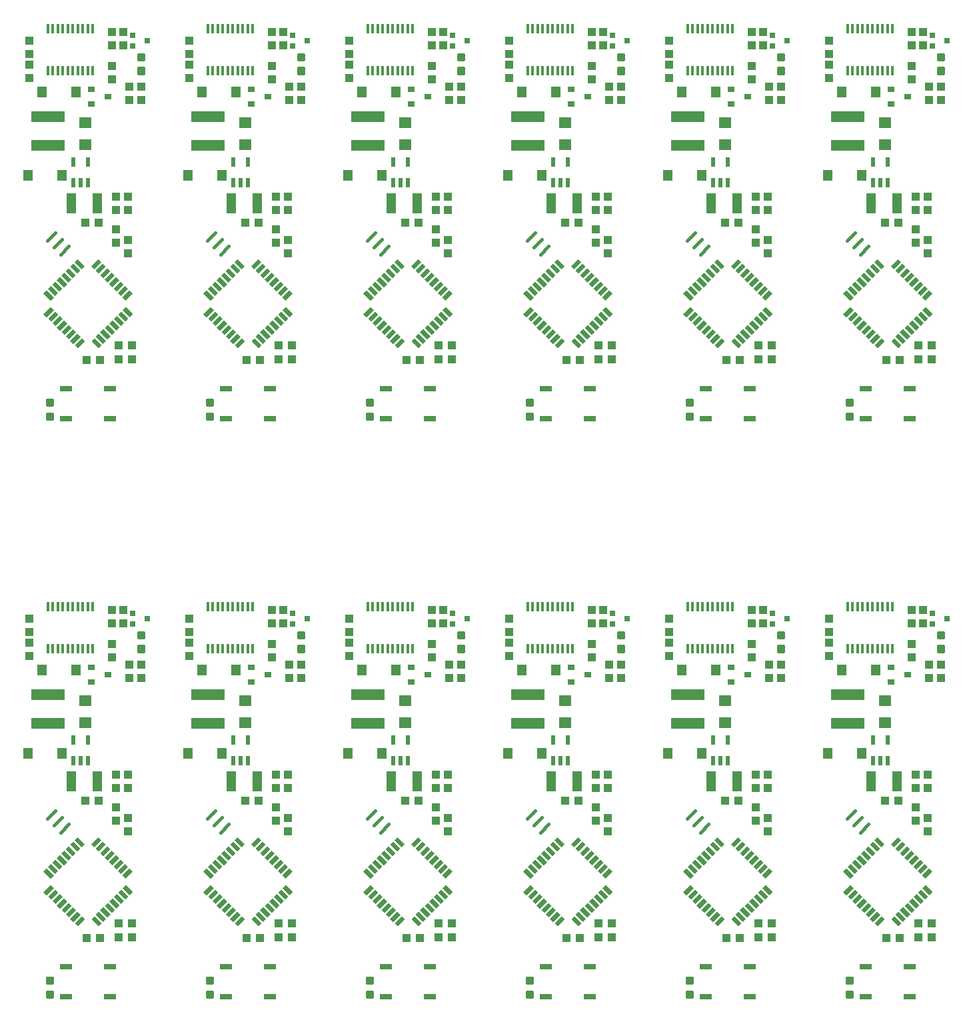
<source format=gtp>
G75*
%MOIN*%
%OFA0B0*%
%FSLAX25Y25*%
%IPPOS*%
%LPD*%
%AMOC8*
5,1,8,0,0,1.08239X$1,22.5*
%
%ADD10R,0.04331X0.03937*%
%ADD11R,0.03937X0.04331*%
%ADD12R,0.05000X0.05787*%
%ADD13C,0.01181*%
%ADD14R,0.03543X0.03150*%
%ADD15R,0.06000X0.03000*%
%ADD16R,0.05000X0.02200*%
%ADD17R,0.02200X0.05000*%
%ADD18C,0.01772*%
%ADD19R,0.02165X0.04724*%
%ADD20R,0.06299X0.05512*%
%ADD21R,0.04724X0.09843*%
%ADD22R,0.16535X0.05512*%
%ADD23R,0.01500X0.04500*%
%ADD24R,0.02756X0.02756*%
D10*
X0370654Y0078250D03*
X0377346Y0078250D03*
X0386654Y0078500D03*
X0393346Y0078500D03*
X0393346Y0085500D03*
X0386654Y0085500D03*
X0450654Y0078250D03*
X0457346Y0078250D03*
X0466654Y0078500D03*
X0473346Y0078500D03*
X0473346Y0085500D03*
X0466654Y0085500D03*
X0530654Y0078250D03*
X0537346Y0078250D03*
X0546654Y0078500D03*
X0553346Y0078500D03*
X0553346Y0085500D03*
X0546654Y0085500D03*
X0610654Y0078250D03*
X0617346Y0078250D03*
X0626654Y0078500D03*
X0633346Y0078500D03*
X0633346Y0085500D03*
X0626654Y0085500D03*
X0690654Y0078250D03*
X0697346Y0078250D03*
X0706654Y0078500D03*
X0713346Y0078500D03*
X0713346Y0085500D03*
X0706654Y0085500D03*
X0770654Y0078250D03*
X0777346Y0078250D03*
X0786654Y0078500D03*
X0793346Y0078500D03*
X0793346Y0085500D03*
X0786654Y0085500D03*
X0776721Y0146813D03*
X0770029Y0146813D03*
X0696721Y0146813D03*
X0690029Y0146813D03*
X0616721Y0146813D03*
X0610029Y0146813D03*
X0536721Y0146813D03*
X0530029Y0146813D03*
X0456721Y0146813D03*
X0450029Y0146813D03*
X0376721Y0146813D03*
X0370029Y0146813D03*
X0370654Y0367250D03*
X0377346Y0367250D03*
X0386654Y0367500D03*
X0393346Y0367500D03*
X0393346Y0374500D03*
X0386654Y0374500D03*
X0450654Y0367250D03*
X0457346Y0367250D03*
X0466654Y0367500D03*
X0473346Y0367500D03*
X0473346Y0374500D03*
X0466654Y0374500D03*
X0530654Y0367250D03*
X0537346Y0367250D03*
X0546654Y0367500D03*
X0553346Y0367500D03*
X0553346Y0374500D03*
X0546654Y0374500D03*
X0610654Y0367250D03*
X0617346Y0367250D03*
X0626654Y0367500D03*
X0633346Y0367500D03*
X0633346Y0374500D03*
X0626654Y0374500D03*
X0690654Y0367250D03*
X0697346Y0367250D03*
X0706654Y0367500D03*
X0713346Y0367500D03*
X0713346Y0374500D03*
X0706654Y0374500D03*
X0770654Y0367250D03*
X0777346Y0367250D03*
X0786654Y0367500D03*
X0793346Y0367500D03*
X0793346Y0374500D03*
X0786654Y0374500D03*
X0776721Y0435812D03*
X0770029Y0435812D03*
X0696721Y0435812D03*
X0690029Y0435812D03*
X0616721Y0435812D03*
X0610029Y0435812D03*
X0536721Y0435812D03*
X0530029Y0435812D03*
X0456721Y0435812D03*
X0450029Y0435812D03*
X0376721Y0435812D03*
X0370029Y0435812D03*
D11*
X0385250Y0432596D03*
X0391500Y0427346D03*
X0385250Y0425904D03*
X0391500Y0420654D03*
X0391250Y0442154D03*
X0385250Y0442154D03*
X0385250Y0448846D03*
X0391250Y0448846D03*
X0392000Y0497154D03*
X0398000Y0497154D03*
X0398000Y0503846D03*
X0392000Y0503846D03*
X0383500Y0507654D03*
X0383500Y0514346D03*
X0383500Y0524654D03*
X0389000Y0524654D03*
X0389000Y0531346D03*
X0383500Y0531346D03*
X0422000Y0526846D03*
X0422000Y0520154D03*
X0422000Y0514846D03*
X0422000Y0508154D03*
X0463500Y0507654D03*
X0463500Y0514346D03*
X0463500Y0524654D03*
X0469000Y0524654D03*
X0469000Y0531346D03*
X0463500Y0531346D03*
X0472000Y0503846D03*
X0478000Y0503846D03*
X0478000Y0497154D03*
X0472000Y0497154D03*
X0502000Y0508154D03*
X0502000Y0514846D03*
X0502000Y0520154D03*
X0502000Y0526846D03*
X0543500Y0524654D03*
X0549000Y0524654D03*
X0549000Y0531346D03*
X0543500Y0531346D03*
X0543500Y0514346D03*
X0543500Y0507654D03*
X0552000Y0503846D03*
X0558000Y0503846D03*
X0558000Y0497154D03*
X0552000Y0497154D03*
X0582000Y0508154D03*
X0582000Y0514846D03*
X0582000Y0520154D03*
X0582000Y0526846D03*
X0623500Y0524654D03*
X0629000Y0524654D03*
X0629000Y0531346D03*
X0623500Y0531346D03*
X0623500Y0514346D03*
X0623500Y0507654D03*
X0632000Y0503846D03*
X0638000Y0503846D03*
X0638000Y0497154D03*
X0632000Y0497154D03*
X0662000Y0508154D03*
X0662000Y0514846D03*
X0662000Y0520154D03*
X0662000Y0526846D03*
X0703500Y0524654D03*
X0709000Y0524654D03*
X0709000Y0531346D03*
X0703500Y0531346D03*
X0703500Y0514346D03*
X0703500Y0507654D03*
X0712000Y0503846D03*
X0718000Y0503846D03*
X0718000Y0497154D03*
X0712000Y0497154D03*
X0742000Y0508154D03*
X0742000Y0514846D03*
X0742000Y0520154D03*
X0742000Y0526846D03*
X0783500Y0524654D03*
X0789000Y0524654D03*
X0789000Y0531346D03*
X0783500Y0531346D03*
X0783500Y0514346D03*
X0783500Y0507654D03*
X0792000Y0503846D03*
X0798000Y0503846D03*
X0798000Y0497154D03*
X0792000Y0497154D03*
X0791250Y0448846D03*
X0785250Y0448846D03*
X0785250Y0442154D03*
X0791250Y0442154D03*
X0785250Y0432596D03*
X0791500Y0427346D03*
X0785250Y0425904D03*
X0791500Y0420654D03*
X0711500Y0420654D03*
X0711500Y0427346D03*
X0705250Y0425904D03*
X0705250Y0432596D03*
X0705250Y0442154D03*
X0711250Y0442154D03*
X0711250Y0448846D03*
X0705250Y0448846D03*
X0631250Y0448846D03*
X0625250Y0448846D03*
X0625250Y0442154D03*
X0631250Y0442154D03*
X0625250Y0432596D03*
X0631500Y0427346D03*
X0625250Y0425904D03*
X0631500Y0420654D03*
X0551500Y0420654D03*
X0551500Y0427346D03*
X0545250Y0425904D03*
X0545250Y0432596D03*
X0545250Y0442154D03*
X0551250Y0442154D03*
X0551250Y0448846D03*
X0545250Y0448846D03*
X0471250Y0448846D03*
X0465250Y0448846D03*
X0465250Y0442154D03*
X0471250Y0442154D03*
X0465250Y0432596D03*
X0471500Y0427346D03*
X0465250Y0425904D03*
X0471500Y0420654D03*
X0342000Y0508154D03*
X0342000Y0514846D03*
X0342000Y0520154D03*
X0342000Y0526846D03*
X0383500Y0242346D03*
X0389000Y0242346D03*
X0389000Y0235654D03*
X0383500Y0235654D03*
X0383500Y0225346D03*
X0383500Y0218654D03*
X0392000Y0214846D03*
X0398000Y0214846D03*
X0398000Y0208154D03*
X0392000Y0208154D03*
X0422000Y0219154D03*
X0422000Y0225846D03*
X0422000Y0231154D03*
X0422000Y0237846D03*
X0463500Y0235654D03*
X0469000Y0235654D03*
X0469000Y0242346D03*
X0463500Y0242346D03*
X0463500Y0225346D03*
X0463500Y0218654D03*
X0472000Y0214846D03*
X0478000Y0214846D03*
X0478000Y0208154D03*
X0472000Y0208154D03*
X0502000Y0219154D03*
X0502000Y0225846D03*
X0502000Y0231154D03*
X0502000Y0237846D03*
X0543500Y0235654D03*
X0549000Y0235654D03*
X0549000Y0242346D03*
X0543500Y0242346D03*
X0543500Y0225346D03*
X0543500Y0218654D03*
X0552000Y0214846D03*
X0558000Y0214846D03*
X0558000Y0208154D03*
X0552000Y0208154D03*
X0582000Y0219154D03*
X0582000Y0225846D03*
X0582000Y0231154D03*
X0582000Y0237846D03*
X0623500Y0235654D03*
X0629000Y0235654D03*
X0629000Y0242346D03*
X0623500Y0242346D03*
X0623500Y0225346D03*
X0623500Y0218654D03*
X0632000Y0214846D03*
X0638000Y0214846D03*
X0638000Y0208154D03*
X0632000Y0208154D03*
X0662000Y0219154D03*
X0662000Y0225846D03*
X0662000Y0231154D03*
X0662000Y0237846D03*
X0703500Y0235654D03*
X0709000Y0235654D03*
X0709000Y0242346D03*
X0703500Y0242346D03*
X0703500Y0225346D03*
X0703500Y0218654D03*
X0712000Y0214846D03*
X0718000Y0214846D03*
X0718000Y0208154D03*
X0712000Y0208154D03*
X0742000Y0219154D03*
X0742000Y0225846D03*
X0742000Y0231154D03*
X0742000Y0237846D03*
X0783500Y0235654D03*
X0789000Y0235654D03*
X0789000Y0242346D03*
X0783500Y0242346D03*
X0783500Y0225346D03*
X0783500Y0218654D03*
X0792000Y0214846D03*
X0798000Y0214846D03*
X0798000Y0208154D03*
X0792000Y0208154D03*
X0791250Y0159846D03*
X0785250Y0159846D03*
X0785250Y0153154D03*
X0791250Y0153154D03*
X0785250Y0143596D03*
X0785250Y0136904D03*
X0791500Y0138346D03*
X0791500Y0131654D03*
X0711500Y0131654D03*
X0711500Y0138346D03*
X0705250Y0136904D03*
X0705250Y0143596D03*
X0705250Y0153154D03*
X0711250Y0153154D03*
X0711250Y0159846D03*
X0705250Y0159846D03*
X0631250Y0159846D03*
X0625250Y0159846D03*
X0625250Y0153154D03*
X0631250Y0153154D03*
X0625250Y0143596D03*
X0625250Y0136904D03*
X0631500Y0138346D03*
X0631500Y0131654D03*
X0551500Y0131654D03*
X0551500Y0138346D03*
X0545250Y0136904D03*
X0545250Y0143596D03*
X0545250Y0153154D03*
X0551250Y0153154D03*
X0551250Y0159846D03*
X0545250Y0159846D03*
X0471250Y0159846D03*
X0465250Y0159846D03*
X0465250Y0153154D03*
X0471250Y0153154D03*
X0465250Y0143596D03*
X0465250Y0136904D03*
X0471500Y0138346D03*
X0471500Y0131654D03*
X0391500Y0131654D03*
X0391500Y0138346D03*
X0385250Y0136904D03*
X0385250Y0143596D03*
X0385250Y0153154D03*
X0391250Y0153154D03*
X0391250Y0159846D03*
X0385250Y0159846D03*
X0342000Y0219154D03*
X0342000Y0225846D03*
X0342000Y0231154D03*
X0342000Y0237846D03*
D12*
X0341498Y0170538D03*
X0358427Y0170538D03*
X0365465Y0212250D03*
X0348535Y0212250D03*
X0428535Y0212250D03*
X0445465Y0212250D03*
X0438427Y0170538D03*
X0421498Y0170538D03*
X0501498Y0170538D03*
X0518427Y0170538D03*
X0525465Y0212250D03*
X0508535Y0212250D03*
X0581498Y0170538D03*
X0598427Y0170538D03*
X0605465Y0212250D03*
X0588535Y0212250D03*
X0661498Y0170538D03*
X0678427Y0170538D03*
X0685465Y0212250D03*
X0668535Y0212250D03*
X0741498Y0170538D03*
X0758427Y0170538D03*
X0765465Y0212250D03*
X0748535Y0212250D03*
X0741498Y0459537D03*
X0758427Y0459537D03*
X0765465Y0501250D03*
X0748535Y0501250D03*
X0685465Y0501250D03*
X0668535Y0501250D03*
X0661498Y0459537D03*
X0678427Y0459537D03*
X0605465Y0501250D03*
X0588535Y0501250D03*
X0581498Y0459537D03*
X0598427Y0459537D03*
X0525465Y0501250D03*
X0508535Y0501250D03*
X0501498Y0459537D03*
X0518427Y0459537D03*
X0438427Y0459537D03*
X0421498Y0459537D03*
X0428535Y0501250D03*
X0445465Y0501250D03*
X0365465Y0501250D03*
X0348535Y0501250D03*
X0341498Y0459537D03*
X0358427Y0459537D03*
D13*
X0396622Y0510419D02*
X0399378Y0510419D01*
X0396622Y0510419D02*
X0396622Y0513175D01*
X0399378Y0513175D01*
X0399378Y0510419D01*
X0399378Y0511599D02*
X0396622Y0511599D01*
X0396622Y0512779D02*
X0399378Y0512779D01*
X0399378Y0517325D02*
X0396622Y0517325D01*
X0396622Y0520081D01*
X0399378Y0520081D01*
X0399378Y0517325D01*
X0399378Y0518505D02*
X0396622Y0518505D01*
X0396622Y0519685D02*
X0399378Y0519685D01*
X0476622Y0517325D02*
X0479378Y0517325D01*
X0476622Y0517325D02*
X0476622Y0520081D01*
X0479378Y0520081D01*
X0479378Y0517325D01*
X0479378Y0518505D02*
X0476622Y0518505D01*
X0476622Y0519685D02*
X0479378Y0519685D01*
X0479378Y0510419D02*
X0476622Y0510419D01*
X0476622Y0513175D01*
X0479378Y0513175D01*
X0479378Y0510419D01*
X0479378Y0511599D02*
X0476622Y0511599D01*
X0476622Y0512779D02*
X0479378Y0512779D01*
X0556622Y0510419D02*
X0559378Y0510419D01*
X0556622Y0510419D02*
X0556622Y0513175D01*
X0559378Y0513175D01*
X0559378Y0510419D01*
X0559378Y0511599D02*
X0556622Y0511599D01*
X0556622Y0512779D02*
X0559378Y0512779D01*
X0559378Y0517325D02*
X0556622Y0517325D01*
X0556622Y0520081D01*
X0559378Y0520081D01*
X0559378Y0517325D01*
X0559378Y0518505D02*
X0556622Y0518505D01*
X0556622Y0519685D02*
X0559378Y0519685D01*
X0636622Y0517325D02*
X0639378Y0517325D01*
X0636622Y0517325D02*
X0636622Y0520081D01*
X0639378Y0520081D01*
X0639378Y0517325D01*
X0639378Y0518505D02*
X0636622Y0518505D01*
X0636622Y0519685D02*
X0639378Y0519685D01*
X0639378Y0510419D02*
X0636622Y0510419D01*
X0636622Y0513175D01*
X0639378Y0513175D01*
X0639378Y0510419D01*
X0639378Y0511599D02*
X0636622Y0511599D01*
X0636622Y0512779D02*
X0639378Y0512779D01*
X0716622Y0510419D02*
X0719378Y0510419D01*
X0716622Y0510419D02*
X0716622Y0513175D01*
X0719378Y0513175D01*
X0719378Y0510419D01*
X0719378Y0511599D02*
X0716622Y0511599D01*
X0716622Y0512779D02*
X0719378Y0512779D01*
X0719378Y0517325D02*
X0716622Y0517325D01*
X0716622Y0520081D01*
X0719378Y0520081D01*
X0719378Y0517325D01*
X0719378Y0518505D02*
X0716622Y0518505D01*
X0716622Y0519685D02*
X0719378Y0519685D01*
X0796622Y0517325D02*
X0799378Y0517325D01*
X0796622Y0517325D02*
X0796622Y0520081D01*
X0799378Y0520081D01*
X0799378Y0517325D01*
X0799378Y0518505D02*
X0796622Y0518505D01*
X0796622Y0519685D02*
X0799378Y0519685D01*
X0799378Y0510419D02*
X0796622Y0510419D01*
X0796622Y0513175D01*
X0799378Y0513175D01*
X0799378Y0510419D01*
X0799378Y0511599D02*
X0796622Y0511599D01*
X0796622Y0512779D02*
X0799378Y0512779D01*
X0753878Y0347331D02*
X0751122Y0347331D01*
X0753878Y0347331D02*
X0753878Y0344575D01*
X0751122Y0344575D01*
X0751122Y0347331D01*
X0751122Y0345755D02*
X0753878Y0345755D01*
X0753878Y0346935D02*
X0751122Y0346935D01*
X0751122Y0340425D02*
X0753878Y0340425D01*
X0753878Y0337669D01*
X0751122Y0337669D01*
X0751122Y0340425D01*
X0751122Y0338849D02*
X0753878Y0338849D01*
X0753878Y0340029D02*
X0751122Y0340029D01*
X0673878Y0340425D02*
X0671122Y0340425D01*
X0673878Y0340425D02*
X0673878Y0337669D01*
X0671122Y0337669D01*
X0671122Y0340425D01*
X0671122Y0338849D02*
X0673878Y0338849D01*
X0673878Y0340029D02*
X0671122Y0340029D01*
X0671122Y0347331D02*
X0673878Y0347331D01*
X0673878Y0344575D01*
X0671122Y0344575D01*
X0671122Y0347331D01*
X0671122Y0345755D02*
X0673878Y0345755D01*
X0673878Y0346935D02*
X0671122Y0346935D01*
X0593878Y0347331D02*
X0591122Y0347331D01*
X0593878Y0347331D02*
X0593878Y0344575D01*
X0591122Y0344575D01*
X0591122Y0347331D01*
X0591122Y0345755D02*
X0593878Y0345755D01*
X0593878Y0346935D02*
X0591122Y0346935D01*
X0591122Y0340425D02*
X0593878Y0340425D01*
X0593878Y0337669D01*
X0591122Y0337669D01*
X0591122Y0340425D01*
X0591122Y0338849D02*
X0593878Y0338849D01*
X0593878Y0340029D02*
X0591122Y0340029D01*
X0513878Y0340425D02*
X0511122Y0340425D01*
X0513878Y0340425D02*
X0513878Y0337669D01*
X0511122Y0337669D01*
X0511122Y0340425D01*
X0511122Y0338849D02*
X0513878Y0338849D01*
X0513878Y0340029D02*
X0511122Y0340029D01*
X0511122Y0347331D02*
X0513878Y0347331D01*
X0513878Y0344575D01*
X0511122Y0344575D01*
X0511122Y0347331D01*
X0511122Y0345755D02*
X0513878Y0345755D01*
X0513878Y0346935D02*
X0511122Y0346935D01*
X0433878Y0347331D02*
X0431122Y0347331D01*
X0433878Y0347331D02*
X0433878Y0344575D01*
X0431122Y0344575D01*
X0431122Y0347331D01*
X0431122Y0345755D02*
X0433878Y0345755D01*
X0433878Y0346935D02*
X0431122Y0346935D01*
X0431122Y0340425D02*
X0433878Y0340425D01*
X0433878Y0337669D01*
X0431122Y0337669D01*
X0431122Y0340425D01*
X0431122Y0338849D02*
X0433878Y0338849D01*
X0433878Y0340029D02*
X0431122Y0340029D01*
X0353878Y0340425D02*
X0351122Y0340425D01*
X0353878Y0340425D02*
X0353878Y0337669D01*
X0351122Y0337669D01*
X0351122Y0340425D01*
X0351122Y0338849D02*
X0353878Y0338849D01*
X0353878Y0340029D02*
X0351122Y0340029D01*
X0351122Y0347331D02*
X0353878Y0347331D01*
X0353878Y0344575D01*
X0351122Y0344575D01*
X0351122Y0347331D01*
X0351122Y0345755D02*
X0353878Y0345755D01*
X0353878Y0346935D02*
X0351122Y0346935D01*
X0396622Y0228325D02*
X0399378Y0228325D01*
X0396622Y0228325D02*
X0396622Y0231081D01*
X0399378Y0231081D01*
X0399378Y0228325D01*
X0399378Y0229505D02*
X0396622Y0229505D01*
X0396622Y0230685D02*
X0399378Y0230685D01*
X0399378Y0221419D02*
X0396622Y0221419D01*
X0396622Y0224175D01*
X0399378Y0224175D01*
X0399378Y0221419D01*
X0399378Y0222599D02*
X0396622Y0222599D01*
X0396622Y0223779D02*
X0399378Y0223779D01*
X0476622Y0221419D02*
X0479378Y0221419D01*
X0476622Y0221419D02*
X0476622Y0224175D01*
X0479378Y0224175D01*
X0479378Y0221419D01*
X0479378Y0222599D02*
X0476622Y0222599D01*
X0476622Y0223779D02*
X0479378Y0223779D01*
X0479378Y0228325D02*
X0476622Y0228325D01*
X0476622Y0231081D01*
X0479378Y0231081D01*
X0479378Y0228325D01*
X0479378Y0229505D02*
X0476622Y0229505D01*
X0476622Y0230685D02*
X0479378Y0230685D01*
X0556622Y0228325D02*
X0559378Y0228325D01*
X0556622Y0228325D02*
X0556622Y0231081D01*
X0559378Y0231081D01*
X0559378Y0228325D01*
X0559378Y0229505D02*
X0556622Y0229505D01*
X0556622Y0230685D02*
X0559378Y0230685D01*
X0559378Y0221419D02*
X0556622Y0221419D01*
X0556622Y0224175D01*
X0559378Y0224175D01*
X0559378Y0221419D01*
X0559378Y0222599D02*
X0556622Y0222599D01*
X0556622Y0223779D02*
X0559378Y0223779D01*
X0636622Y0221419D02*
X0639378Y0221419D01*
X0636622Y0221419D02*
X0636622Y0224175D01*
X0639378Y0224175D01*
X0639378Y0221419D01*
X0639378Y0222599D02*
X0636622Y0222599D01*
X0636622Y0223779D02*
X0639378Y0223779D01*
X0639378Y0228325D02*
X0636622Y0228325D01*
X0636622Y0231081D01*
X0639378Y0231081D01*
X0639378Y0228325D01*
X0639378Y0229505D02*
X0636622Y0229505D01*
X0636622Y0230685D02*
X0639378Y0230685D01*
X0716622Y0228325D02*
X0719378Y0228325D01*
X0716622Y0228325D02*
X0716622Y0231081D01*
X0719378Y0231081D01*
X0719378Y0228325D01*
X0719378Y0229505D02*
X0716622Y0229505D01*
X0716622Y0230685D02*
X0719378Y0230685D01*
X0719378Y0221419D02*
X0716622Y0221419D01*
X0716622Y0224175D01*
X0719378Y0224175D01*
X0719378Y0221419D01*
X0719378Y0222599D02*
X0716622Y0222599D01*
X0716622Y0223779D02*
X0719378Y0223779D01*
X0796622Y0221419D02*
X0799378Y0221419D01*
X0796622Y0221419D02*
X0796622Y0224175D01*
X0799378Y0224175D01*
X0799378Y0221419D01*
X0799378Y0222599D02*
X0796622Y0222599D01*
X0796622Y0223779D02*
X0799378Y0223779D01*
X0799378Y0228325D02*
X0796622Y0228325D01*
X0796622Y0231081D01*
X0799378Y0231081D01*
X0799378Y0228325D01*
X0799378Y0229505D02*
X0796622Y0229505D01*
X0796622Y0230685D02*
X0799378Y0230685D01*
X0753878Y0058331D02*
X0751122Y0058331D01*
X0753878Y0058331D02*
X0753878Y0055575D01*
X0751122Y0055575D01*
X0751122Y0058331D01*
X0751122Y0056755D02*
X0753878Y0056755D01*
X0753878Y0057935D02*
X0751122Y0057935D01*
X0751122Y0051425D02*
X0753878Y0051425D01*
X0753878Y0048669D01*
X0751122Y0048669D01*
X0751122Y0051425D01*
X0751122Y0049849D02*
X0753878Y0049849D01*
X0753878Y0051029D02*
X0751122Y0051029D01*
X0673878Y0051425D02*
X0671122Y0051425D01*
X0673878Y0051425D02*
X0673878Y0048669D01*
X0671122Y0048669D01*
X0671122Y0051425D01*
X0671122Y0049849D02*
X0673878Y0049849D01*
X0673878Y0051029D02*
X0671122Y0051029D01*
X0671122Y0058331D02*
X0673878Y0058331D01*
X0673878Y0055575D01*
X0671122Y0055575D01*
X0671122Y0058331D01*
X0671122Y0056755D02*
X0673878Y0056755D01*
X0673878Y0057935D02*
X0671122Y0057935D01*
X0593878Y0058331D02*
X0591122Y0058331D01*
X0593878Y0058331D02*
X0593878Y0055575D01*
X0591122Y0055575D01*
X0591122Y0058331D01*
X0591122Y0056755D02*
X0593878Y0056755D01*
X0593878Y0057935D02*
X0591122Y0057935D01*
X0591122Y0051425D02*
X0593878Y0051425D01*
X0593878Y0048669D01*
X0591122Y0048669D01*
X0591122Y0051425D01*
X0591122Y0049849D02*
X0593878Y0049849D01*
X0593878Y0051029D02*
X0591122Y0051029D01*
X0513878Y0051425D02*
X0511122Y0051425D01*
X0513878Y0051425D02*
X0513878Y0048669D01*
X0511122Y0048669D01*
X0511122Y0051425D01*
X0511122Y0049849D02*
X0513878Y0049849D01*
X0513878Y0051029D02*
X0511122Y0051029D01*
X0511122Y0058331D02*
X0513878Y0058331D01*
X0513878Y0055575D01*
X0511122Y0055575D01*
X0511122Y0058331D01*
X0511122Y0056755D02*
X0513878Y0056755D01*
X0513878Y0057935D02*
X0511122Y0057935D01*
X0433878Y0058331D02*
X0431122Y0058331D01*
X0433878Y0058331D02*
X0433878Y0055575D01*
X0431122Y0055575D01*
X0431122Y0058331D01*
X0431122Y0056755D02*
X0433878Y0056755D01*
X0433878Y0057935D02*
X0431122Y0057935D01*
X0431122Y0051425D02*
X0433878Y0051425D01*
X0433878Y0048669D01*
X0431122Y0048669D01*
X0431122Y0051425D01*
X0431122Y0049849D02*
X0433878Y0049849D01*
X0433878Y0051029D02*
X0431122Y0051029D01*
X0353878Y0051425D02*
X0351122Y0051425D01*
X0353878Y0051425D02*
X0353878Y0048669D01*
X0351122Y0048669D01*
X0351122Y0051425D01*
X0351122Y0049849D02*
X0353878Y0049849D01*
X0353878Y0051029D02*
X0351122Y0051029D01*
X0351122Y0058331D02*
X0353878Y0058331D01*
X0353878Y0055575D01*
X0351122Y0055575D01*
X0351122Y0058331D01*
X0351122Y0056755D02*
X0353878Y0056755D01*
X0353878Y0057935D02*
X0351122Y0057935D01*
D14*
X0373063Y0206260D03*
X0381331Y0210000D03*
X0373063Y0213740D03*
X0453063Y0213740D03*
X0461331Y0210000D03*
X0453063Y0206260D03*
X0533063Y0206260D03*
X0541331Y0210000D03*
X0533063Y0213740D03*
X0613063Y0213740D03*
X0621331Y0210000D03*
X0613063Y0206260D03*
X0693063Y0206260D03*
X0701331Y0210000D03*
X0693063Y0213740D03*
X0773063Y0213740D03*
X0781331Y0210000D03*
X0773063Y0206260D03*
X0773063Y0495260D03*
X0773063Y0502740D03*
X0781331Y0499000D03*
X0701331Y0499000D03*
X0693063Y0502740D03*
X0693063Y0495260D03*
X0621331Y0499000D03*
X0613063Y0502740D03*
X0613063Y0495260D03*
X0541331Y0499000D03*
X0533063Y0502740D03*
X0533063Y0495260D03*
X0461331Y0499000D03*
X0453063Y0502740D03*
X0453063Y0495260D03*
X0381331Y0499000D03*
X0373063Y0502740D03*
X0373063Y0495260D03*
D15*
X0382500Y0353000D03*
X0382500Y0338000D03*
X0360500Y0338000D03*
X0360500Y0353000D03*
X0440500Y0353000D03*
X0440500Y0338000D03*
X0462500Y0338000D03*
X0462500Y0353000D03*
X0520500Y0353000D03*
X0520500Y0338000D03*
X0542500Y0338000D03*
X0542500Y0353000D03*
X0600500Y0353000D03*
X0600500Y0338000D03*
X0622500Y0338000D03*
X0622500Y0353000D03*
X0680500Y0353000D03*
X0680500Y0338000D03*
X0702500Y0338000D03*
X0702500Y0353000D03*
X0760500Y0353000D03*
X0760500Y0338000D03*
X0782500Y0338000D03*
X0782500Y0353000D03*
X0782500Y0064000D03*
X0782500Y0049000D03*
X0760500Y0049000D03*
X0760500Y0064000D03*
X0702500Y0064000D03*
X0702500Y0049000D03*
X0680500Y0049000D03*
X0680500Y0064000D03*
X0622500Y0064000D03*
X0622500Y0049000D03*
X0600500Y0049000D03*
X0600500Y0064000D03*
X0542500Y0064000D03*
X0542500Y0049000D03*
X0520500Y0049000D03*
X0520500Y0064000D03*
X0462500Y0064000D03*
X0462500Y0049000D03*
X0440500Y0049000D03*
X0440500Y0064000D03*
X0382500Y0064000D03*
X0382500Y0049000D03*
X0360500Y0049000D03*
X0360500Y0064000D03*
D16*
G36*
X0376644Y0084210D02*
X0373110Y0087744D01*
X0374666Y0089300D01*
X0378200Y0085766D01*
X0376644Y0084210D01*
G37*
G36*
X0378871Y0086437D02*
X0375337Y0089971D01*
X0376893Y0091527D01*
X0380427Y0087993D01*
X0378871Y0086437D01*
G37*
G36*
X0381098Y0088664D02*
X0377564Y0092198D01*
X0379120Y0093754D01*
X0382654Y0090220D01*
X0381098Y0088664D01*
G37*
G36*
X0383326Y0090891D02*
X0379792Y0094425D01*
X0381348Y0095981D01*
X0384882Y0092447D01*
X0383326Y0090891D01*
G37*
G36*
X0385553Y0093118D02*
X0382019Y0096652D01*
X0383575Y0098208D01*
X0387109Y0094674D01*
X0385553Y0093118D01*
G37*
G36*
X0387780Y0095346D02*
X0384246Y0098880D01*
X0385802Y0100436D01*
X0389336Y0096902D01*
X0387780Y0095346D01*
G37*
G36*
X0390007Y0097573D02*
X0386473Y0101107D01*
X0388029Y0102663D01*
X0391563Y0099129D01*
X0390007Y0097573D01*
G37*
G36*
X0392234Y0099800D02*
X0388700Y0103334D01*
X0390256Y0104890D01*
X0393790Y0101356D01*
X0392234Y0099800D01*
G37*
G36*
X0368334Y0123700D02*
X0364800Y0127234D01*
X0366356Y0128790D01*
X0369890Y0125256D01*
X0368334Y0123700D01*
G37*
G36*
X0366107Y0121473D02*
X0362573Y0125007D01*
X0364129Y0126563D01*
X0367663Y0123029D01*
X0366107Y0121473D01*
G37*
G36*
X0363880Y0119246D02*
X0360346Y0122780D01*
X0361902Y0124336D01*
X0365436Y0120802D01*
X0363880Y0119246D01*
G37*
G36*
X0361652Y0117019D02*
X0358118Y0120553D01*
X0359674Y0122109D01*
X0363208Y0118575D01*
X0361652Y0117019D01*
G37*
G36*
X0359425Y0114792D02*
X0355891Y0118326D01*
X0357447Y0119882D01*
X0360981Y0116348D01*
X0359425Y0114792D01*
G37*
G36*
X0357198Y0112564D02*
X0353664Y0116098D01*
X0355220Y0117654D01*
X0358754Y0114120D01*
X0357198Y0112564D01*
G37*
G36*
X0354971Y0110337D02*
X0351437Y0113871D01*
X0352993Y0115427D01*
X0356527Y0111893D01*
X0354971Y0110337D01*
G37*
G36*
X0352744Y0108110D02*
X0349210Y0111644D01*
X0350766Y0113200D01*
X0354300Y0109666D01*
X0352744Y0108110D01*
G37*
G36*
X0432744Y0108110D02*
X0429210Y0111644D01*
X0430766Y0113200D01*
X0434300Y0109666D01*
X0432744Y0108110D01*
G37*
G36*
X0434971Y0110337D02*
X0431437Y0113871D01*
X0432993Y0115427D01*
X0436527Y0111893D01*
X0434971Y0110337D01*
G37*
G36*
X0437198Y0112564D02*
X0433664Y0116098D01*
X0435220Y0117654D01*
X0438754Y0114120D01*
X0437198Y0112564D01*
G37*
G36*
X0439425Y0114792D02*
X0435891Y0118326D01*
X0437447Y0119882D01*
X0440981Y0116348D01*
X0439425Y0114792D01*
G37*
G36*
X0441652Y0117019D02*
X0438118Y0120553D01*
X0439674Y0122109D01*
X0443208Y0118575D01*
X0441652Y0117019D01*
G37*
G36*
X0443880Y0119246D02*
X0440346Y0122780D01*
X0441902Y0124336D01*
X0445436Y0120802D01*
X0443880Y0119246D01*
G37*
G36*
X0446107Y0121473D02*
X0442573Y0125007D01*
X0444129Y0126563D01*
X0447663Y0123029D01*
X0446107Y0121473D01*
G37*
G36*
X0448334Y0123700D02*
X0444800Y0127234D01*
X0446356Y0128790D01*
X0449890Y0125256D01*
X0448334Y0123700D01*
G37*
G36*
X0472234Y0099800D02*
X0468700Y0103334D01*
X0470256Y0104890D01*
X0473790Y0101356D01*
X0472234Y0099800D01*
G37*
G36*
X0470007Y0097573D02*
X0466473Y0101107D01*
X0468029Y0102663D01*
X0471563Y0099129D01*
X0470007Y0097573D01*
G37*
G36*
X0467780Y0095346D02*
X0464246Y0098880D01*
X0465802Y0100436D01*
X0469336Y0096902D01*
X0467780Y0095346D01*
G37*
G36*
X0465553Y0093118D02*
X0462019Y0096652D01*
X0463575Y0098208D01*
X0467109Y0094674D01*
X0465553Y0093118D01*
G37*
G36*
X0463326Y0090891D02*
X0459792Y0094425D01*
X0461348Y0095981D01*
X0464882Y0092447D01*
X0463326Y0090891D01*
G37*
G36*
X0461098Y0088664D02*
X0457564Y0092198D01*
X0459120Y0093754D01*
X0462654Y0090220D01*
X0461098Y0088664D01*
G37*
G36*
X0458871Y0086437D02*
X0455337Y0089971D01*
X0456893Y0091527D01*
X0460427Y0087993D01*
X0458871Y0086437D01*
G37*
G36*
X0456644Y0084210D02*
X0453110Y0087744D01*
X0454666Y0089300D01*
X0458200Y0085766D01*
X0456644Y0084210D01*
G37*
G36*
X0512744Y0108110D02*
X0509210Y0111644D01*
X0510766Y0113200D01*
X0514300Y0109666D01*
X0512744Y0108110D01*
G37*
G36*
X0514971Y0110337D02*
X0511437Y0113871D01*
X0512993Y0115427D01*
X0516527Y0111893D01*
X0514971Y0110337D01*
G37*
G36*
X0517198Y0112564D02*
X0513664Y0116098D01*
X0515220Y0117654D01*
X0518754Y0114120D01*
X0517198Y0112564D01*
G37*
G36*
X0519425Y0114792D02*
X0515891Y0118326D01*
X0517447Y0119882D01*
X0520981Y0116348D01*
X0519425Y0114792D01*
G37*
G36*
X0521652Y0117019D02*
X0518118Y0120553D01*
X0519674Y0122109D01*
X0523208Y0118575D01*
X0521652Y0117019D01*
G37*
G36*
X0523880Y0119246D02*
X0520346Y0122780D01*
X0521902Y0124336D01*
X0525436Y0120802D01*
X0523880Y0119246D01*
G37*
G36*
X0526107Y0121473D02*
X0522573Y0125007D01*
X0524129Y0126563D01*
X0527663Y0123029D01*
X0526107Y0121473D01*
G37*
G36*
X0528334Y0123700D02*
X0524800Y0127234D01*
X0526356Y0128790D01*
X0529890Y0125256D01*
X0528334Y0123700D01*
G37*
G36*
X0552234Y0099800D02*
X0548700Y0103334D01*
X0550256Y0104890D01*
X0553790Y0101356D01*
X0552234Y0099800D01*
G37*
G36*
X0550007Y0097573D02*
X0546473Y0101107D01*
X0548029Y0102663D01*
X0551563Y0099129D01*
X0550007Y0097573D01*
G37*
G36*
X0547780Y0095346D02*
X0544246Y0098880D01*
X0545802Y0100436D01*
X0549336Y0096902D01*
X0547780Y0095346D01*
G37*
G36*
X0545553Y0093118D02*
X0542019Y0096652D01*
X0543575Y0098208D01*
X0547109Y0094674D01*
X0545553Y0093118D01*
G37*
G36*
X0543326Y0090891D02*
X0539792Y0094425D01*
X0541348Y0095981D01*
X0544882Y0092447D01*
X0543326Y0090891D01*
G37*
G36*
X0541098Y0088664D02*
X0537564Y0092198D01*
X0539120Y0093754D01*
X0542654Y0090220D01*
X0541098Y0088664D01*
G37*
G36*
X0538871Y0086437D02*
X0535337Y0089971D01*
X0536893Y0091527D01*
X0540427Y0087993D01*
X0538871Y0086437D01*
G37*
G36*
X0536644Y0084210D02*
X0533110Y0087744D01*
X0534666Y0089300D01*
X0538200Y0085766D01*
X0536644Y0084210D01*
G37*
G36*
X0592744Y0108110D02*
X0589210Y0111644D01*
X0590766Y0113200D01*
X0594300Y0109666D01*
X0592744Y0108110D01*
G37*
G36*
X0594971Y0110337D02*
X0591437Y0113871D01*
X0592993Y0115427D01*
X0596527Y0111893D01*
X0594971Y0110337D01*
G37*
G36*
X0597198Y0112564D02*
X0593664Y0116098D01*
X0595220Y0117654D01*
X0598754Y0114120D01*
X0597198Y0112564D01*
G37*
G36*
X0599425Y0114792D02*
X0595891Y0118326D01*
X0597447Y0119882D01*
X0600981Y0116348D01*
X0599425Y0114792D01*
G37*
G36*
X0601652Y0117019D02*
X0598118Y0120553D01*
X0599674Y0122109D01*
X0603208Y0118575D01*
X0601652Y0117019D01*
G37*
G36*
X0603880Y0119246D02*
X0600346Y0122780D01*
X0601902Y0124336D01*
X0605436Y0120802D01*
X0603880Y0119246D01*
G37*
G36*
X0606107Y0121473D02*
X0602573Y0125007D01*
X0604129Y0126563D01*
X0607663Y0123029D01*
X0606107Y0121473D01*
G37*
G36*
X0608334Y0123700D02*
X0604800Y0127234D01*
X0606356Y0128790D01*
X0609890Y0125256D01*
X0608334Y0123700D01*
G37*
G36*
X0632234Y0099800D02*
X0628700Y0103334D01*
X0630256Y0104890D01*
X0633790Y0101356D01*
X0632234Y0099800D01*
G37*
G36*
X0630007Y0097573D02*
X0626473Y0101107D01*
X0628029Y0102663D01*
X0631563Y0099129D01*
X0630007Y0097573D01*
G37*
G36*
X0627780Y0095346D02*
X0624246Y0098880D01*
X0625802Y0100436D01*
X0629336Y0096902D01*
X0627780Y0095346D01*
G37*
G36*
X0625553Y0093118D02*
X0622019Y0096652D01*
X0623575Y0098208D01*
X0627109Y0094674D01*
X0625553Y0093118D01*
G37*
G36*
X0623326Y0090891D02*
X0619792Y0094425D01*
X0621348Y0095981D01*
X0624882Y0092447D01*
X0623326Y0090891D01*
G37*
G36*
X0621098Y0088664D02*
X0617564Y0092198D01*
X0619120Y0093754D01*
X0622654Y0090220D01*
X0621098Y0088664D01*
G37*
G36*
X0618871Y0086437D02*
X0615337Y0089971D01*
X0616893Y0091527D01*
X0620427Y0087993D01*
X0618871Y0086437D01*
G37*
G36*
X0616644Y0084210D02*
X0613110Y0087744D01*
X0614666Y0089300D01*
X0618200Y0085766D01*
X0616644Y0084210D01*
G37*
G36*
X0672744Y0108110D02*
X0669210Y0111644D01*
X0670766Y0113200D01*
X0674300Y0109666D01*
X0672744Y0108110D01*
G37*
G36*
X0674971Y0110337D02*
X0671437Y0113871D01*
X0672993Y0115427D01*
X0676527Y0111893D01*
X0674971Y0110337D01*
G37*
G36*
X0677198Y0112564D02*
X0673664Y0116098D01*
X0675220Y0117654D01*
X0678754Y0114120D01*
X0677198Y0112564D01*
G37*
G36*
X0679425Y0114792D02*
X0675891Y0118326D01*
X0677447Y0119882D01*
X0680981Y0116348D01*
X0679425Y0114792D01*
G37*
G36*
X0681652Y0117019D02*
X0678118Y0120553D01*
X0679674Y0122109D01*
X0683208Y0118575D01*
X0681652Y0117019D01*
G37*
G36*
X0683880Y0119246D02*
X0680346Y0122780D01*
X0681902Y0124336D01*
X0685436Y0120802D01*
X0683880Y0119246D01*
G37*
G36*
X0686107Y0121473D02*
X0682573Y0125007D01*
X0684129Y0126563D01*
X0687663Y0123029D01*
X0686107Y0121473D01*
G37*
G36*
X0688334Y0123700D02*
X0684800Y0127234D01*
X0686356Y0128790D01*
X0689890Y0125256D01*
X0688334Y0123700D01*
G37*
G36*
X0712234Y0099800D02*
X0708700Y0103334D01*
X0710256Y0104890D01*
X0713790Y0101356D01*
X0712234Y0099800D01*
G37*
G36*
X0710007Y0097573D02*
X0706473Y0101107D01*
X0708029Y0102663D01*
X0711563Y0099129D01*
X0710007Y0097573D01*
G37*
G36*
X0707780Y0095346D02*
X0704246Y0098880D01*
X0705802Y0100436D01*
X0709336Y0096902D01*
X0707780Y0095346D01*
G37*
G36*
X0705553Y0093118D02*
X0702019Y0096652D01*
X0703575Y0098208D01*
X0707109Y0094674D01*
X0705553Y0093118D01*
G37*
G36*
X0703326Y0090891D02*
X0699792Y0094425D01*
X0701348Y0095981D01*
X0704882Y0092447D01*
X0703326Y0090891D01*
G37*
G36*
X0701098Y0088664D02*
X0697564Y0092198D01*
X0699120Y0093754D01*
X0702654Y0090220D01*
X0701098Y0088664D01*
G37*
G36*
X0698871Y0086437D02*
X0695337Y0089971D01*
X0696893Y0091527D01*
X0700427Y0087993D01*
X0698871Y0086437D01*
G37*
G36*
X0696644Y0084210D02*
X0693110Y0087744D01*
X0694666Y0089300D01*
X0698200Y0085766D01*
X0696644Y0084210D01*
G37*
G36*
X0752744Y0108110D02*
X0749210Y0111644D01*
X0750766Y0113200D01*
X0754300Y0109666D01*
X0752744Y0108110D01*
G37*
G36*
X0754971Y0110337D02*
X0751437Y0113871D01*
X0752993Y0115427D01*
X0756527Y0111893D01*
X0754971Y0110337D01*
G37*
G36*
X0757198Y0112564D02*
X0753664Y0116098D01*
X0755220Y0117654D01*
X0758754Y0114120D01*
X0757198Y0112564D01*
G37*
G36*
X0759425Y0114792D02*
X0755891Y0118326D01*
X0757447Y0119882D01*
X0760981Y0116348D01*
X0759425Y0114792D01*
G37*
G36*
X0761652Y0117019D02*
X0758118Y0120553D01*
X0759674Y0122109D01*
X0763208Y0118575D01*
X0761652Y0117019D01*
G37*
G36*
X0763880Y0119246D02*
X0760346Y0122780D01*
X0761902Y0124336D01*
X0765436Y0120802D01*
X0763880Y0119246D01*
G37*
G36*
X0766107Y0121473D02*
X0762573Y0125007D01*
X0764129Y0126563D01*
X0767663Y0123029D01*
X0766107Y0121473D01*
G37*
G36*
X0768334Y0123700D02*
X0764800Y0127234D01*
X0766356Y0128790D01*
X0769890Y0125256D01*
X0768334Y0123700D01*
G37*
G36*
X0792234Y0099800D02*
X0788700Y0103334D01*
X0790256Y0104890D01*
X0793790Y0101356D01*
X0792234Y0099800D01*
G37*
G36*
X0790007Y0097573D02*
X0786473Y0101107D01*
X0788029Y0102663D01*
X0791563Y0099129D01*
X0790007Y0097573D01*
G37*
G36*
X0787780Y0095346D02*
X0784246Y0098880D01*
X0785802Y0100436D01*
X0789336Y0096902D01*
X0787780Y0095346D01*
G37*
G36*
X0785553Y0093118D02*
X0782019Y0096652D01*
X0783575Y0098208D01*
X0787109Y0094674D01*
X0785553Y0093118D01*
G37*
G36*
X0783326Y0090891D02*
X0779792Y0094425D01*
X0781348Y0095981D01*
X0784882Y0092447D01*
X0783326Y0090891D01*
G37*
G36*
X0781098Y0088664D02*
X0777564Y0092198D01*
X0779120Y0093754D01*
X0782654Y0090220D01*
X0781098Y0088664D01*
G37*
G36*
X0778871Y0086437D02*
X0775337Y0089971D01*
X0776893Y0091527D01*
X0780427Y0087993D01*
X0778871Y0086437D01*
G37*
G36*
X0776644Y0084210D02*
X0773110Y0087744D01*
X0774666Y0089300D01*
X0778200Y0085766D01*
X0776644Y0084210D01*
G37*
G36*
X0776644Y0373210D02*
X0773110Y0376744D01*
X0774666Y0378300D01*
X0778200Y0374766D01*
X0776644Y0373210D01*
G37*
G36*
X0778871Y0375437D02*
X0775337Y0378971D01*
X0776893Y0380527D01*
X0780427Y0376993D01*
X0778871Y0375437D01*
G37*
G36*
X0781098Y0377664D02*
X0777564Y0381198D01*
X0779120Y0382754D01*
X0782654Y0379220D01*
X0781098Y0377664D01*
G37*
G36*
X0783326Y0379891D02*
X0779792Y0383425D01*
X0781348Y0384981D01*
X0784882Y0381447D01*
X0783326Y0379891D01*
G37*
G36*
X0785553Y0382118D02*
X0782019Y0385652D01*
X0783575Y0387208D01*
X0787109Y0383674D01*
X0785553Y0382118D01*
G37*
G36*
X0787780Y0384346D02*
X0784246Y0387880D01*
X0785802Y0389436D01*
X0789336Y0385902D01*
X0787780Y0384346D01*
G37*
G36*
X0790007Y0386573D02*
X0786473Y0390107D01*
X0788029Y0391663D01*
X0791563Y0388129D01*
X0790007Y0386573D01*
G37*
G36*
X0792234Y0388800D02*
X0788700Y0392334D01*
X0790256Y0393890D01*
X0793790Y0390356D01*
X0792234Y0388800D01*
G37*
G36*
X0766107Y0410473D02*
X0762573Y0414007D01*
X0764129Y0415563D01*
X0767663Y0412029D01*
X0766107Y0410473D01*
G37*
G36*
X0763880Y0408246D02*
X0760346Y0411780D01*
X0761902Y0413336D01*
X0765436Y0409802D01*
X0763880Y0408246D01*
G37*
G36*
X0761652Y0406019D02*
X0758118Y0409553D01*
X0759674Y0411109D01*
X0763208Y0407575D01*
X0761652Y0406019D01*
G37*
G36*
X0759425Y0403792D02*
X0755891Y0407326D01*
X0757447Y0408882D01*
X0760981Y0405348D01*
X0759425Y0403792D01*
G37*
G36*
X0757198Y0401564D02*
X0753664Y0405098D01*
X0755220Y0406654D01*
X0758754Y0403120D01*
X0757198Y0401564D01*
G37*
G36*
X0754971Y0399337D02*
X0751437Y0402871D01*
X0752993Y0404427D01*
X0756527Y0400893D01*
X0754971Y0399337D01*
G37*
G36*
X0752744Y0397110D02*
X0749210Y0400644D01*
X0750766Y0402200D01*
X0754300Y0398666D01*
X0752744Y0397110D01*
G37*
G36*
X0768334Y0412700D02*
X0764800Y0416234D01*
X0766356Y0417790D01*
X0769890Y0414256D01*
X0768334Y0412700D01*
G37*
G36*
X0712234Y0388800D02*
X0708700Y0392334D01*
X0710256Y0393890D01*
X0713790Y0390356D01*
X0712234Y0388800D01*
G37*
G36*
X0710007Y0386573D02*
X0706473Y0390107D01*
X0708029Y0391663D01*
X0711563Y0388129D01*
X0710007Y0386573D01*
G37*
G36*
X0707780Y0384346D02*
X0704246Y0387880D01*
X0705802Y0389436D01*
X0709336Y0385902D01*
X0707780Y0384346D01*
G37*
G36*
X0705553Y0382118D02*
X0702019Y0385652D01*
X0703575Y0387208D01*
X0707109Y0383674D01*
X0705553Y0382118D01*
G37*
G36*
X0703326Y0379891D02*
X0699792Y0383425D01*
X0701348Y0384981D01*
X0704882Y0381447D01*
X0703326Y0379891D01*
G37*
G36*
X0701098Y0377664D02*
X0697564Y0381198D01*
X0699120Y0382754D01*
X0702654Y0379220D01*
X0701098Y0377664D01*
G37*
G36*
X0698871Y0375437D02*
X0695337Y0378971D01*
X0696893Y0380527D01*
X0700427Y0376993D01*
X0698871Y0375437D01*
G37*
G36*
X0696644Y0373210D02*
X0693110Y0376744D01*
X0694666Y0378300D01*
X0698200Y0374766D01*
X0696644Y0373210D01*
G37*
G36*
X0672744Y0397110D02*
X0669210Y0400644D01*
X0670766Y0402200D01*
X0674300Y0398666D01*
X0672744Y0397110D01*
G37*
G36*
X0674971Y0399337D02*
X0671437Y0402871D01*
X0672993Y0404427D01*
X0676527Y0400893D01*
X0674971Y0399337D01*
G37*
G36*
X0677198Y0401564D02*
X0673664Y0405098D01*
X0675220Y0406654D01*
X0678754Y0403120D01*
X0677198Y0401564D01*
G37*
G36*
X0679425Y0403792D02*
X0675891Y0407326D01*
X0677447Y0408882D01*
X0680981Y0405348D01*
X0679425Y0403792D01*
G37*
G36*
X0681652Y0406019D02*
X0678118Y0409553D01*
X0679674Y0411109D01*
X0683208Y0407575D01*
X0681652Y0406019D01*
G37*
G36*
X0683880Y0408246D02*
X0680346Y0411780D01*
X0681902Y0413336D01*
X0685436Y0409802D01*
X0683880Y0408246D01*
G37*
G36*
X0686107Y0410473D02*
X0682573Y0414007D01*
X0684129Y0415563D01*
X0687663Y0412029D01*
X0686107Y0410473D01*
G37*
G36*
X0688334Y0412700D02*
X0684800Y0416234D01*
X0686356Y0417790D01*
X0689890Y0414256D01*
X0688334Y0412700D01*
G37*
G36*
X0632234Y0388800D02*
X0628700Y0392334D01*
X0630256Y0393890D01*
X0633790Y0390356D01*
X0632234Y0388800D01*
G37*
G36*
X0630007Y0386573D02*
X0626473Y0390107D01*
X0628029Y0391663D01*
X0631563Y0388129D01*
X0630007Y0386573D01*
G37*
G36*
X0627780Y0384346D02*
X0624246Y0387880D01*
X0625802Y0389436D01*
X0629336Y0385902D01*
X0627780Y0384346D01*
G37*
G36*
X0625553Y0382118D02*
X0622019Y0385652D01*
X0623575Y0387208D01*
X0627109Y0383674D01*
X0625553Y0382118D01*
G37*
G36*
X0623326Y0379891D02*
X0619792Y0383425D01*
X0621348Y0384981D01*
X0624882Y0381447D01*
X0623326Y0379891D01*
G37*
G36*
X0621098Y0377664D02*
X0617564Y0381198D01*
X0619120Y0382754D01*
X0622654Y0379220D01*
X0621098Y0377664D01*
G37*
G36*
X0618871Y0375437D02*
X0615337Y0378971D01*
X0616893Y0380527D01*
X0620427Y0376993D01*
X0618871Y0375437D01*
G37*
G36*
X0616644Y0373210D02*
X0613110Y0376744D01*
X0614666Y0378300D01*
X0618200Y0374766D01*
X0616644Y0373210D01*
G37*
G36*
X0592744Y0397110D02*
X0589210Y0400644D01*
X0590766Y0402200D01*
X0594300Y0398666D01*
X0592744Y0397110D01*
G37*
G36*
X0594971Y0399337D02*
X0591437Y0402871D01*
X0592993Y0404427D01*
X0596527Y0400893D01*
X0594971Y0399337D01*
G37*
G36*
X0597198Y0401564D02*
X0593664Y0405098D01*
X0595220Y0406654D01*
X0598754Y0403120D01*
X0597198Y0401564D01*
G37*
G36*
X0599425Y0403792D02*
X0595891Y0407326D01*
X0597447Y0408882D01*
X0600981Y0405348D01*
X0599425Y0403792D01*
G37*
G36*
X0601652Y0406019D02*
X0598118Y0409553D01*
X0599674Y0411109D01*
X0603208Y0407575D01*
X0601652Y0406019D01*
G37*
G36*
X0603880Y0408246D02*
X0600346Y0411780D01*
X0601902Y0413336D01*
X0605436Y0409802D01*
X0603880Y0408246D01*
G37*
G36*
X0606107Y0410473D02*
X0602573Y0414007D01*
X0604129Y0415563D01*
X0607663Y0412029D01*
X0606107Y0410473D01*
G37*
G36*
X0608334Y0412700D02*
X0604800Y0416234D01*
X0606356Y0417790D01*
X0609890Y0414256D01*
X0608334Y0412700D01*
G37*
G36*
X0552234Y0388800D02*
X0548700Y0392334D01*
X0550256Y0393890D01*
X0553790Y0390356D01*
X0552234Y0388800D01*
G37*
G36*
X0550007Y0386573D02*
X0546473Y0390107D01*
X0548029Y0391663D01*
X0551563Y0388129D01*
X0550007Y0386573D01*
G37*
G36*
X0547780Y0384346D02*
X0544246Y0387880D01*
X0545802Y0389436D01*
X0549336Y0385902D01*
X0547780Y0384346D01*
G37*
G36*
X0545553Y0382118D02*
X0542019Y0385652D01*
X0543575Y0387208D01*
X0547109Y0383674D01*
X0545553Y0382118D01*
G37*
G36*
X0543326Y0379891D02*
X0539792Y0383425D01*
X0541348Y0384981D01*
X0544882Y0381447D01*
X0543326Y0379891D01*
G37*
G36*
X0541098Y0377664D02*
X0537564Y0381198D01*
X0539120Y0382754D01*
X0542654Y0379220D01*
X0541098Y0377664D01*
G37*
G36*
X0538871Y0375437D02*
X0535337Y0378971D01*
X0536893Y0380527D01*
X0540427Y0376993D01*
X0538871Y0375437D01*
G37*
G36*
X0536644Y0373210D02*
X0533110Y0376744D01*
X0534666Y0378300D01*
X0538200Y0374766D01*
X0536644Y0373210D01*
G37*
G36*
X0512744Y0397110D02*
X0509210Y0400644D01*
X0510766Y0402200D01*
X0514300Y0398666D01*
X0512744Y0397110D01*
G37*
G36*
X0514971Y0399337D02*
X0511437Y0402871D01*
X0512993Y0404427D01*
X0516527Y0400893D01*
X0514971Y0399337D01*
G37*
G36*
X0517198Y0401564D02*
X0513664Y0405098D01*
X0515220Y0406654D01*
X0518754Y0403120D01*
X0517198Y0401564D01*
G37*
G36*
X0519425Y0403792D02*
X0515891Y0407326D01*
X0517447Y0408882D01*
X0520981Y0405348D01*
X0519425Y0403792D01*
G37*
G36*
X0521652Y0406019D02*
X0518118Y0409553D01*
X0519674Y0411109D01*
X0523208Y0407575D01*
X0521652Y0406019D01*
G37*
G36*
X0523880Y0408246D02*
X0520346Y0411780D01*
X0521902Y0413336D01*
X0525436Y0409802D01*
X0523880Y0408246D01*
G37*
G36*
X0526107Y0410473D02*
X0522573Y0414007D01*
X0524129Y0415563D01*
X0527663Y0412029D01*
X0526107Y0410473D01*
G37*
G36*
X0528334Y0412700D02*
X0524800Y0416234D01*
X0526356Y0417790D01*
X0529890Y0414256D01*
X0528334Y0412700D01*
G37*
G36*
X0472234Y0388800D02*
X0468700Y0392334D01*
X0470256Y0393890D01*
X0473790Y0390356D01*
X0472234Y0388800D01*
G37*
G36*
X0470007Y0386573D02*
X0466473Y0390107D01*
X0468029Y0391663D01*
X0471563Y0388129D01*
X0470007Y0386573D01*
G37*
G36*
X0467780Y0384346D02*
X0464246Y0387880D01*
X0465802Y0389436D01*
X0469336Y0385902D01*
X0467780Y0384346D01*
G37*
G36*
X0465553Y0382118D02*
X0462019Y0385652D01*
X0463575Y0387208D01*
X0467109Y0383674D01*
X0465553Y0382118D01*
G37*
G36*
X0463326Y0379891D02*
X0459792Y0383425D01*
X0461348Y0384981D01*
X0464882Y0381447D01*
X0463326Y0379891D01*
G37*
G36*
X0461098Y0377664D02*
X0457564Y0381198D01*
X0459120Y0382754D01*
X0462654Y0379220D01*
X0461098Y0377664D01*
G37*
G36*
X0458871Y0375437D02*
X0455337Y0378971D01*
X0456893Y0380527D01*
X0460427Y0376993D01*
X0458871Y0375437D01*
G37*
G36*
X0456644Y0373210D02*
X0453110Y0376744D01*
X0454666Y0378300D01*
X0458200Y0374766D01*
X0456644Y0373210D01*
G37*
G36*
X0432744Y0397110D02*
X0429210Y0400644D01*
X0430766Y0402200D01*
X0434300Y0398666D01*
X0432744Y0397110D01*
G37*
G36*
X0434971Y0399337D02*
X0431437Y0402871D01*
X0432993Y0404427D01*
X0436527Y0400893D01*
X0434971Y0399337D01*
G37*
G36*
X0437198Y0401564D02*
X0433664Y0405098D01*
X0435220Y0406654D01*
X0438754Y0403120D01*
X0437198Y0401564D01*
G37*
G36*
X0439425Y0403792D02*
X0435891Y0407326D01*
X0437447Y0408882D01*
X0440981Y0405348D01*
X0439425Y0403792D01*
G37*
G36*
X0441652Y0406019D02*
X0438118Y0409553D01*
X0439674Y0411109D01*
X0443208Y0407575D01*
X0441652Y0406019D01*
G37*
G36*
X0443880Y0408246D02*
X0440346Y0411780D01*
X0441902Y0413336D01*
X0445436Y0409802D01*
X0443880Y0408246D01*
G37*
G36*
X0446107Y0410473D02*
X0442573Y0414007D01*
X0444129Y0415563D01*
X0447663Y0412029D01*
X0446107Y0410473D01*
G37*
G36*
X0448334Y0412700D02*
X0444800Y0416234D01*
X0446356Y0417790D01*
X0449890Y0414256D01*
X0448334Y0412700D01*
G37*
G36*
X0392234Y0388800D02*
X0388700Y0392334D01*
X0390256Y0393890D01*
X0393790Y0390356D01*
X0392234Y0388800D01*
G37*
G36*
X0390007Y0386573D02*
X0386473Y0390107D01*
X0388029Y0391663D01*
X0391563Y0388129D01*
X0390007Y0386573D01*
G37*
G36*
X0387780Y0384346D02*
X0384246Y0387880D01*
X0385802Y0389436D01*
X0389336Y0385902D01*
X0387780Y0384346D01*
G37*
G36*
X0385553Y0382118D02*
X0382019Y0385652D01*
X0383575Y0387208D01*
X0387109Y0383674D01*
X0385553Y0382118D01*
G37*
G36*
X0383326Y0379891D02*
X0379792Y0383425D01*
X0381348Y0384981D01*
X0384882Y0381447D01*
X0383326Y0379891D01*
G37*
G36*
X0381098Y0377664D02*
X0377564Y0381198D01*
X0379120Y0382754D01*
X0382654Y0379220D01*
X0381098Y0377664D01*
G37*
G36*
X0378871Y0375437D02*
X0375337Y0378971D01*
X0376893Y0380527D01*
X0380427Y0376993D01*
X0378871Y0375437D01*
G37*
G36*
X0376644Y0373210D02*
X0373110Y0376744D01*
X0374666Y0378300D01*
X0378200Y0374766D01*
X0376644Y0373210D01*
G37*
G36*
X0352744Y0397110D02*
X0349210Y0400644D01*
X0350766Y0402200D01*
X0354300Y0398666D01*
X0352744Y0397110D01*
G37*
G36*
X0354971Y0399337D02*
X0351437Y0402871D01*
X0352993Y0404427D01*
X0356527Y0400893D01*
X0354971Y0399337D01*
G37*
G36*
X0357198Y0401564D02*
X0353664Y0405098D01*
X0355220Y0406654D01*
X0358754Y0403120D01*
X0357198Y0401564D01*
G37*
G36*
X0359425Y0403792D02*
X0355891Y0407326D01*
X0357447Y0408882D01*
X0360981Y0405348D01*
X0359425Y0403792D01*
G37*
G36*
X0361652Y0406019D02*
X0358118Y0409553D01*
X0359674Y0411109D01*
X0363208Y0407575D01*
X0361652Y0406019D01*
G37*
G36*
X0363880Y0408246D02*
X0360346Y0411780D01*
X0361902Y0413336D01*
X0365436Y0409802D01*
X0363880Y0408246D01*
G37*
G36*
X0366107Y0410473D02*
X0362573Y0414007D01*
X0364129Y0415563D01*
X0367663Y0412029D01*
X0366107Y0410473D01*
G37*
G36*
X0368334Y0412700D02*
X0364800Y0416234D01*
X0366356Y0417790D01*
X0369890Y0414256D01*
X0368334Y0412700D01*
G37*
D17*
G36*
X0374666Y0412700D02*
X0373110Y0414256D01*
X0376644Y0417790D01*
X0378200Y0416234D01*
X0374666Y0412700D01*
G37*
G36*
X0376893Y0410473D02*
X0375337Y0412029D01*
X0378871Y0415563D01*
X0380427Y0414007D01*
X0376893Y0410473D01*
G37*
G36*
X0379120Y0408246D02*
X0377564Y0409802D01*
X0381098Y0413336D01*
X0382654Y0411780D01*
X0379120Y0408246D01*
G37*
G36*
X0381348Y0406019D02*
X0379792Y0407575D01*
X0383326Y0411109D01*
X0384882Y0409553D01*
X0381348Y0406019D01*
G37*
G36*
X0383575Y0403792D02*
X0382019Y0405348D01*
X0385553Y0408882D01*
X0387109Y0407326D01*
X0383575Y0403792D01*
G37*
G36*
X0385802Y0401564D02*
X0384246Y0403120D01*
X0387780Y0406654D01*
X0389336Y0405098D01*
X0385802Y0401564D01*
G37*
G36*
X0388029Y0399337D02*
X0386473Y0400893D01*
X0390007Y0404427D01*
X0391563Y0402871D01*
X0388029Y0399337D01*
G37*
G36*
X0390256Y0397110D02*
X0388700Y0398666D01*
X0392234Y0402200D01*
X0393790Y0400644D01*
X0390256Y0397110D01*
G37*
G36*
X0364129Y0375437D02*
X0362573Y0376993D01*
X0366107Y0380527D01*
X0367663Y0378971D01*
X0364129Y0375437D01*
G37*
G36*
X0366356Y0373210D02*
X0364800Y0374766D01*
X0368334Y0378300D01*
X0369890Y0376744D01*
X0366356Y0373210D01*
G37*
G36*
X0361902Y0377664D02*
X0360346Y0379220D01*
X0363880Y0382754D01*
X0365436Y0381198D01*
X0361902Y0377664D01*
G37*
G36*
X0359674Y0379891D02*
X0358118Y0381447D01*
X0361652Y0384981D01*
X0363208Y0383425D01*
X0359674Y0379891D01*
G37*
G36*
X0357447Y0382118D02*
X0355891Y0383674D01*
X0359425Y0387208D01*
X0360981Y0385652D01*
X0357447Y0382118D01*
G37*
G36*
X0355220Y0384346D02*
X0353664Y0385902D01*
X0357198Y0389436D01*
X0358754Y0387880D01*
X0355220Y0384346D01*
G37*
G36*
X0352993Y0386573D02*
X0351437Y0388129D01*
X0354971Y0391663D01*
X0356527Y0390107D01*
X0352993Y0386573D01*
G37*
G36*
X0350766Y0388800D02*
X0349210Y0390356D01*
X0352744Y0393890D01*
X0354300Y0392334D01*
X0350766Y0388800D01*
G37*
G36*
X0430766Y0388800D02*
X0429210Y0390356D01*
X0432744Y0393890D01*
X0434300Y0392334D01*
X0430766Y0388800D01*
G37*
G36*
X0432993Y0386573D02*
X0431437Y0388129D01*
X0434971Y0391663D01*
X0436527Y0390107D01*
X0432993Y0386573D01*
G37*
G36*
X0435220Y0384346D02*
X0433664Y0385902D01*
X0437198Y0389436D01*
X0438754Y0387880D01*
X0435220Y0384346D01*
G37*
G36*
X0437447Y0382118D02*
X0435891Y0383674D01*
X0439425Y0387208D01*
X0440981Y0385652D01*
X0437447Y0382118D01*
G37*
G36*
X0439674Y0379891D02*
X0438118Y0381447D01*
X0441652Y0384981D01*
X0443208Y0383425D01*
X0439674Y0379891D01*
G37*
G36*
X0441902Y0377664D02*
X0440346Y0379220D01*
X0443880Y0382754D01*
X0445436Y0381198D01*
X0441902Y0377664D01*
G37*
G36*
X0444129Y0375437D02*
X0442573Y0376993D01*
X0446107Y0380527D01*
X0447663Y0378971D01*
X0444129Y0375437D01*
G37*
G36*
X0446356Y0373210D02*
X0444800Y0374766D01*
X0448334Y0378300D01*
X0449890Y0376744D01*
X0446356Y0373210D01*
G37*
G36*
X0470256Y0397110D02*
X0468700Y0398666D01*
X0472234Y0402200D01*
X0473790Y0400644D01*
X0470256Y0397110D01*
G37*
G36*
X0468029Y0399337D02*
X0466473Y0400893D01*
X0470007Y0404427D01*
X0471563Y0402871D01*
X0468029Y0399337D01*
G37*
G36*
X0465802Y0401564D02*
X0464246Y0403120D01*
X0467780Y0406654D01*
X0469336Y0405098D01*
X0465802Y0401564D01*
G37*
G36*
X0463575Y0403792D02*
X0462019Y0405348D01*
X0465553Y0408882D01*
X0467109Y0407326D01*
X0463575Y0403792D01*
G37*
G36*
X0461348Y0406019D02*
X0459792Y0407575D01*
X0463326Y0411109D01*
X0464882Y0409553D01*
X0461348Y0406019D01*
G37*
G36*
X0459120Y0408246D02*
X0457564Y0409802D01*
X0461098Y0413336D01*
X0462654Y0411780D01*
X0459120Y0408246D01*
G37*
G36*
X0456893Y0410473D02*
X0455337Y0412029D01*
X0458871Y0415563D01*
X0460427Y0414007D01*
X0456893Y0410473D01*
G37*
G36*
X0454666Y0412700D02*
X0453110Y0414256D01*
X0456644Y0417790D01*
X0458200Y0416234D01*
X0454666Y0412700D01*
G37*
G36*
X0510766Y0388800D02*
X0509210Y0390356D01*
X0512744Y0393890D01*
X0514300Y0392334D01*
X0510766Y0388800D01*
G37*
G36*
X0512993Y0386573D02*
X0511437Y0388129D01*
X0514971Y0391663D01*
X0516527Y0390107D01*
X0512993Y0386573D01*
G37*
G36*
X0515220Y0384346D02*
X0513664Y0385902D01*
X0517198Y0389436D01*
X0518754Y0387880D01*
X0515220Y0384346D01*
G37*
G36*
X0517447Y0382118D02*
X0515891Y0383674D01*
X0519425Y0387208D01*
X0520981Y0385652D01*
X0517447Y0382118D01*
G37*
G36*
X0519674Y0379891D02*
X0518118Y0381447D01*
X0521652Y0384981D01*
X0523208Y0383425D01*
X0519674Y0379891D01*
G37*
G36*
X0521902Y0377664D02*
X0520346Y0379220D01*
X0523880Y0382754D01*
X0525436Y0381198D01*
X0521902Y0377664D01*
G37*
G36*
X0524129Y0375437D02*
X0522573Y0376993D01*
X0526107Y0380527D01*
X0527663Y0378971D01*
X0524129Y0375437D01*
G37*
G36*
X0526356Y0373210D02*
X0524800Y0374766D01*
X0528334Y0378300D01*
X0529890Y0376744D01*
X0526356Y0373210D01*
G37*
G36*
X0550256Y0397110D02*
X0548700Y0398666D01*
X0552234Y0402200D01*
X0553790Y0400644D01*
X0550256Y0397110D01*
G37*
G36*
X0548029Y0399337D02*
X0546473Y0400893D01*
X0550007Y0404427D01*
X0551563Y0402871D01*
X0548029Y0399337D01*
G37*
G36*
X0545802Y0401564D02*
X0544246Y0403120D01*
X0547780Y0406654D01*
X0549336Y0405098D01*
X0545802Y0401564D01*
G37*
G36*
X0543575Y0403792D02*
X0542019Y0405348D01*
X0545553Y0408882D01*
X0547109Y0407326D01*
X0543575Y0403792D01*
G37*
G36*
X0541348Y0406019D02*
X0539792Y0407575D01*
X0543326Y0411109D01*
X0544882Y0409553D01*
X0541348Y0406019D01*
G37*
G36*
X0539120Y0408246D02*
X0537564Y0409802D01*
X0541098Y0413336D01*
X0542654Y0411780D01*
X0539120Y0408246D01*
G37*
G36*
X0536893Y0410473D02*
X0535337Y0412029D01*
X0538871Y0415563D01*
X0540427Y0414007D01*
X0536893Y0410473D01*
G37*
G36*
X0534666Y0412700D02*
X0533110Y0414256D01*
X0536644Y0417790D01*
X0538200Y0416234D01*
X0534666Y0412700D01*
G37*
G36*
X0590766Y0388800D02*
X0589210Y0390356D01*
X0592744Y0393890D01*
X0594300Y0392334D01*
X0590766Y0388800D01*
G37*
G36*
X0592993Y0386573D02*
X0591437Y0388129D01*
X0594971Y0391663D01*
X0596527Y0390107D01*
X0592993Y0386573D01*
G37*
G36*
X0595220Y0384346D02*
X0593664Y0385902D01*
X0597198Y0389436D01*
X0598754Y0387880D01*
X0595220Y0384346D01*
G37*
G36*
X0597447Y0382118D02*
X0595891Y0383674D01*
X0599425Y0387208D01*
X0600981Y0385652D01*
X0597447Y0382118D01*
G37*
G36*
X0599674Y0379891D02*
X0598118Y0381447D01*
X0601652Y0384981D01*
X0603208Y0383425D01*
X0599674Y0379891D01*
G37*
G36*
X0601902Y0377664D02*
X0600346Y0379220D01*
X0603880Y0382754D01*
X0605436Y0381198D01*
X0601902Y0377664D01*
G37*
G36*
X0604129Y0375437D02*
X0602573Y0376993D01*
X0606107Y0380527D01*
X0607663Y0378971D01*
X0604129Y0375437D01*
G37*
G36*
X0606356Y0373210D02*
X0604800Y0374766D01*
X0608334Y0378300D01*
X0609890Y0376744D01*
X0606356Y0373210D01*
G37*
G36*
X0630256Y0397110D02*
X0628700Y0398666D01*
X0632234Y0402200D01*
X0633790Y0400644D01*
X0630256Y0397110D01*
G37*
G36*
X0628029Y0399337D02*
X0626473Y0400893D01*
X0630007Y0404427D01*
X0631563Y0402871D01*
X0628029Y0399337D01*
G37*
G36*
X0625802Y0401564D02*
X0624246Y0403120D01*
X0627780Y0406654D01*
X0629336Y0405098D01*
X0625802Y0401564D01*
G37*
G36*
X0623575Y0403792D02*
X0622019Y0405348D01*
X0625553Y0408882D01*
X0627109Y0407326D01*
X0623575Y0403792D01*
G37*
G36*
X0621348Y0406019D02*
X0619792Y0407575D01*
X0623326Y0411109D01*
X0624882Y0409553D01*
X0621348Y0406019D01*
G37*
G36*
X0619120Y0408246D02*
X0617564Y0409802D01*
X0621098Y0413336D01*
X0622654Y0411780D01*
X0619120Y0408246D01*
G37*
G36*
X0616893Y0410473D02*
X0615337Y0412029D01*
X0618871Y0415563D01*
X0620427Y0414007D01*
X0616893Y0410473D01*
G37*
G36*
X0614666Y0412700D02*
X0613110Y0414256D01*
X0616644Y0417790D01*
X0618200Y0416234D01*
X0614666Y0412700D01*
G37*
G36*
X0670766Y0388800D02*
X0669210Y0390356D01*
X0672744Y0393890D01*
X0674300Y0392334D01*
X0670766Y0388800D01*
G37*
G36*
X0672993Y0386573D02*
X0671437Y0388129D01*
X0674971Y0391663D01*
X0676527Y0390107D01*
X0672993Y0386573D01*
G37*
G36*
X0675220Y0384346D02*
X0673664Y0385902D01*
X0677198Y0389436D01*
X0678754Y0387880D01*
X0675220Y0384346D01*
G37*
G36*
X0677447Y0382118D02*
X0675891Y0383674D01*
X0679425Y0387208D01*
X0680981Y0385652D01*
X0677447Y0382118D01*
G37*
G36*
X0679674Y0379891D02*
X0678118Y0381447D01*
X0681652Y0384981D01*
X0683208Y0383425D01*
X0679674Y0379891D01*
G37*
G36*
X0681902Y0377664D02*
X0680346Y0379220D01*
X0683880Y0382754D01*
X0685436Y0381198D01*
X0681902Y0377664D01*
G37*
G36*
X0684129Y0375437D02*
X0682573Y0376993D01*
X0686107Y0380527D01*
X0687663Y0378971D01*
X0684129Y0375437D01*
G37*
G36*
X0686356Y0373210D02*
X0684800Y0374766D01*
X0688334Y0378300D01*
X0689890Y0376744D01*
X0686356Y0373210D01*
G37*
G36*
X0710256Y0397110D02*
X0708700Y0398666D01*
X0712234Y0402200D01*
X0713790Y0400644D01*
X0710256Y0397110D01*
G37*
G36*
X0708029Y0399337D02*
X0706473Y0400893D01*
X0710007Y0404427D01*
X0711563Y0402871D01*
X0708029Y0399337D01*
G37*
G36*
X0705802Y0401564D02*
X0704246Y0403120D01*
X0707780Y0406654D01*
X0709336Y0405098D01*
X0705802Y0401564D01*
G37*
G36*
X0703575Y0403792D02*
X0702019Y0405348D01*
X0705553Y0408882D01*
X0707109Y0407326D01*
X0703575Y0403792D01*
G37*
G36*
X0701348Y0406019D02*
X0699792Y0407575D01*
X0703326Y0411109D01*
X0704882Y0409553D01*
X0701348Y0406019D01*
G37*
G36*
X0699120Y0408246D02*
X0697564Y0409802D01*
X0701098Y0413336D01*
X0702654Y0411780D01*
X0699120Y0408246D01*
G37*
G36*
X0696893Y0410473D02*
X0695337Y0412029D01*
X0698871Y0415563D01*
X0700427Y0414007D01*
X0696893Y0410473D01*
G37*
G36*
X0694666Y0412700D02*
X0693110Y0414256D01*
X0696644Y0417790D01*
X0698200Y0416234D01*
X0694666Y0412700D01*
G37*
G36*
X0750766Y0388800D02*
X0749210Y0390356D01*
X0752744Y0393890D01*
X0754300Y0392334D01*
X0750766Y0388800D01*
G37*
G36*
X0752993Y0386573D02*
X0751437Y0388129D01*
X0754971Y0391663D01*
X0756527Y0390107D01*
X0752993Y0386573D01*
G37*
G36*
X0755220Y0384346D02*
X0753664Y0385902D01*
X0757198Y0389436D01*
X0758754Y0387880D01*
X0755220Y0384346D01*
G37*
G36*
X0757447Y0382118D02*
X0755891Y0383674D01*
X0759425Y0387208D01*
X0760981Y0385652D01*
X0757447Y0382118D01*
G37*
G36*
X0759674Y0379891D02*
X0758118Y0381447D01*
X0761652Y0384981D01*
X0763208Y0383425D01*
X0759674Y0379891D01*
G37*
G36*
X0761902Y0377664D02*
X0760346Y0379220D01*
X0763880Y0382754D01*
X0765436Y0381198D01*
X0761902Y0377664D01*
G37*
G36*
X0764129Y0375437D02*
X0762573Y0376993D01*
X0766107Y0380527D01*
X0767663Y0378971D01*
X0764129Y0375437D01*
G37*
G36*
X0766356Y0373210D02*
X0764800Y0374766D01*
X0768334Y0378300D01*
X0769890Y0376744D01*
X0766356Y0373210D01*
G37*
G36*
X0790256Y0397110D02*
X0788700Y0398666D01*
X0792234Y0402200D01*
X0793790Y0400644D01*
X0790256Y0397110D01*
G37*
G36*
X0788029Y0399337D02*
X0786473Y0400893D01*
X0790007Y0404427D01*
X0791563Y0402871D01*
X0788029Y0399337D01*
G37*
G36*
X0785802Y0401564D02*
X0784246Y0403120D01*
X0787780Y0406654D01*
X0789336Y0405098D01*
X0785802Y0401564D01*
G37*
G36*
X0783575Y0403792D02*
X0782019Y0405348D01*
X0785553Y0408882D01*
X0787109Y0407326D01*
X0783575Y0403792D01*
G37*
G36*
X0781348Y0406019D02*
X0779792Y0407575D01*
X0783326Y0411109D01*
X0784882Y0409553D01*
X0781348Y0406019D01*
G37*
G36*
X0779120Y0408246D02*
X0777564Y0409802D01*
X0781098Y0413336D01*
X0782654Y0411780D01*
X0779120Y0408246D01*
G37*
G36*
X0776893Y0410473D02*
X0775337Y0412029D01*
X0778871Y0415563D01*
X0780427Y0414007D01*
X0776893Y0410473D01*
G37*
G36*
X0774666Y0412700D02*
X0773110Y0414256D01*
X0776644Y0417790D01*
X0778200Y0416234D01*
X0774666Y0412700D01*
G37*
G36*
X0774666Y0123700D02*
X0773110Y0125256D01*
X0776644Y0128790D01*
X0778200Y0127234D01*
X0774666Y0123700D01*
G37*
G36*
X0776893Y0121473D02*
X0775337Y0123029D01*
X0778871Y0126563D01*
X0780427Y0125007D01*
X0776893Y0121473D01*
G37*
G36*
X0779120Y0119246D02*
X0777564Y0120802D01*
X0781098Y0124336D01*
X0782654Y0122780D01*
X0779120Y0119246D01*
G37*
G36*
X0781348Y0117019D02*
X0779792Y0118575D01*
X0783326Y0122109D01*
X0784882Y0120553D01*
X0781348Y0117019D01*
G37*
G36*
X0783575Y0114792D02*
X0782019Y0116348D01*
X0785553Y0119882D01*
X0787109Y0118326D01*
X0783575Y0114792D01*
G37*
G36*
X0785802Y0112564D02*
X0784246Y0114120D01*
X0787780Y0117654D01*
X0789336Y0116098D01*
X0785802Y0112564D01*
G37*
G36*
X0788029Y0110337D02*
X0786473Y0111893D01*
X0790007Y0115427D01*
X0791563Y0113871D01*
X0788029Y0110337D01*
G37*
G36*
X0790256Y0108110D02*
X0788700Y0109666D01*
X0792234Y0113200D01*
X0793790Y0111644D01*
X0790256Y0108110D01*
G37*
G36*
X0766356Y0084210D02*
X0764800Y0085766D01*
X0768334Y0089300D01*
X0769890Y0087744D01*
X0766356Y0084210D01*
G37*
G36*
X0764129Y0086437D02*
X0762573Y0087993D01*
X0766107Y0091527D01*
X0767663Y0089971D01*
X0764129Y0086437D01*
G37*
G36*
X0761902Y0088664D02*
X0760346Y0090220D01*
X0763880Y0093754D01*
X0765436Y0092198D01*
X0761902Y0088664D01*
G37*
G36*
X0759674Y0090891D02*
X0758118Y0092447D01*
X0761652Y0095981D01*
X0763208Y0094425D01*
X0759674Y0090891D01*
G37*
G36*
X0757447Y0093118D02*
X0755891Y0094674D01*
X0759425Y0098208D01*
X0760981Y0096652D01*
X0757447Y0093118D01*
G37*
G36*
X0755220Y0095346D02*
X0753664Y0096902D01*
X0757198Y0100436D01*
X0758754Y0098880D01*
X0755220Y0095346D01*
G37*
G36*
X0752993Y0097573D02*
X0751437Y0099129D01*
X0754971Y0102663D01*
X0756527Y0101107D01*
X0752993Y0097573D01*
G37*
G36*
X0750766Y0099800D02*
X0749210Y0101356D01*
X0752744Y0104890D01*
X0754300Y0103334D01*
X0750766Y0099800D01*
G37*
G36*
X0710256Y0108110D02*
X0708700Y0109666D01*
X0712234Y0113200D01*
X0713790Y0111644D01*
X0710256Y0108110D01*
G37*
G36*
X0708029Y0110337D02*
X0706473Y0111893D01*
X0710007Y0115427D01*
X0711563Y0113871D01*
X0708029Y0110337D01*
G37*
G36*
X0705802Y0112564D02*
X0704246Y0114120D01*
X0707780Y0117654D01*
X0709336Y0116098D01*
X0705802Y0112564D01*
G37*
G36*
X0703575Y0114792D02*
X0702019Y0116348D01*
X0705553Y0119882D01*
X0707109Y0118326D01*
X0703575Y0114792D01*
G37*
G36*
X0701348Y0117019D02*
X0699792Y0118575D01*
X0703326Y0122109D01*
X0704882Y0120553D01*
X0701348Y0117019D01*
G37*
G36*
X0699120Y0119246D02*
X0697564Y0120802D01*
X0701098Y0124336D01*
X0702654Y0122780D01*
X0699120Y0119246D01*
G37*
G36*
X0696893Y0121473D02*
X0695337Y0123029D01*
X0698871Y0126563D01*
X0700427Y0125007D01*
X0696893Y0121473D01*
G37*
G36*
X0694666Y0123700D02*
X0693110Y0125256D01*
X0696644Y0128790D01*
X0698200Y0127234D01*
X0694666Y0123700D01*
G37*
G36*
X0670766Y0099800D02*
X0669210Y0101356D01*
X0672744Y0104890D01*
X0674300Y0103334D01*
X0670766Y0099800D01*
G37*
G36*
X0672993Y0097573D02*
X0671437Y0099129D01*
X0674971Y0102663D01*
X0676527Y0101107D01*
X0672993Y0097573D01*
G37*
G36*
X0675220Y0095346D02*
X0673664Y0096902D01*
X0677198Y0100436D01*
X0678754Y0098880D01*
X0675220Y0095346D01*
G37*
G36*
X0677447Y0093118D02*
X0675891Y0094674D01*
X0679425Y0098208D01*
X0680981Y0096652D01*
X0677447Y0093118D01*
G37*
G36*
X0679674Y0090891D02*
X0678118Y0092447D01*
X0681652Y0095981D01*
X0683208Y0094425D01*
X0679674Y0090891D01*
G37*
G36*
X0681902Y0088664D02*
X0680346Y0090220D01*
X0683880Y0093754D01*
X0685436Y0092198D01*
X0681902Y0088664D01*
G37*
G36*
X0684129Y0086437D02*
X0682573Y0087993D01*
X0686107Y0091527D01*
X0687663Y0089971D01*
X0684129Y0086437D01*
G37*
G36*
X0686356Y0084210D02*
X0684800Y0085766D01*
X0688334Y0089300D01*
X0689890Y0087744D01*
X0686356Y0084210D01*
G37*
G36*
X0630256Y0108110D02*
X0628700Y0109666D01*
X0632234Y0113200D01*
X0633790Y0111644D01*
X0630256Y0108110D01*
G37*
G36*
X0628029Y0110337D02*
X0626473Y0111893D01*
X0630007Y0115427D01*
X0631563Y0113871D01*
X0628029Y0110337D01*
G37*
G36*
X0625802Y0112564D02*
X0624246Y0114120D01*
X0627780Y0117654D01*
X0629336Y0116098D01*
X0625802Y0112564D01*
G37*
G36*
X0623575Y0114792D02*
X0622019Y0116348D01*
X0625553Y0119882D01*
X0627109Y0118326D01*
X0623575Y0114792D01*
G37*
G36*
X0621348Y0117019D02*
X0619792Y0118575D01*
X0623326Y0122109D01*
X0624882Y0120553D01*
X0621348Y0117019D01*
G37*
G36*
X0619120Y0119246D02*
X0617564Y0120802D01*
X0621098Y0124336D01*
X0622654Y0122780D01*
X0619120Y0119246D01*
G37*
G36*
X0616893Y0121473D02*
X0615337Y0123029D01*
X0618871Y0126563D01*
X0620427Y0125007D01*
X0616893Y0121473D01*
G37*
G36*
X0614666Y0123700D02*
X0613110Y0125256D01*
X0616644Y0128790D01*
X0618200Y0127234D01*
X0614666Y0123700D01*
G37*
G36*
X0590766Y0099800D02*
X0589210Y0101356D01*
X0592744Y0104890D01*
X0594300Y0103334D01*
X0590766Y0099800D01*
G37*
G36*
X0592993Y0097573D02*
X0591437Y0099129D01*
X0594971Y0102663D01*
X0596527Y0101107D01*
X0592993Y0097573D01*
G37*
G36*
X0595220Y0095346D02*
X0593664Y0096902D01*
X0597198Y0100436D01*
X0598754Y0098880D01*
X0595220Y0095346D01*
G37*
G36*
X0597447Y0093118D02*
X0595891Y0094674D01*
X0599425Y0098208D01*
X0600981Y0096652D01*
X0597447Y0093118D01*
G37*
G36*
X0599674Y0090891D02*
X0598118Y0092447D01*
X0601652Y0095981D01*
X0603208Y0094425D01*
X0599674Y0090891D01*
G37*
G36*
X0601902Y0088664D02*
X0600346Y0090220D01*
X0603880Y0093754D01*
X0605436Y0092198D01*
X0601902Y0088664D01*
G37*
G36*
X0604129Y0086437D02*
X0602573Y0087993D01*
X0606107Y0091527D01*
X0607663Y0089971D01*
X0604129Y0086437D01*
G37*
G36*
X0606356Y0084210D02*
X0604800Y0085766D01*
X0608334Y0089300D01*
X0609890Y0087744D01*
X0606356Y0084210D01*
G37*
G36*
X0550256Y0108110D02*
X0548700Y0109666D01*
X0552234Y0113200D01*
X0553790Y0111644D01*
X0550256Y0108110D01*
G37*
G36*
X0548029Y0110337D02*
X0546473Y0111893D01*
X0550007Y0115427D01*
X0551563Y0113871D01*
X0548029Y0110337D01*
G37*
G36*
X0545802Y0112564D02*
X0544246Y0114120D01*
X0547780Y0117654D01*
X0549336Y0116098D01*
X0545802Y0112564D01*
G37*
G36*
X0543575Y0114792D02*
X0542019Y0116348D01*
X0545553Y0119882D01*
X0547109Y0118326D01*
X0543575Y0114792D01*
G37*
G36*
X0541348Y0117019D02*
X0539792Y0118575D01*
X0543326Y0122109D01*
X0544882Y0120553D01*
X0541348Y0117019D01*
G37*
G36*
X0539120Y0119246D02*
X0537564Y0120802D01*
X0541098Y0124336D01*
X0542654Y0122780D01*
X0539120Y0119246D01*
G37*
G36*
X0536893Y0121473D02*
X0535337Y0123029D01*
X0538871Y0126563D01*
X0540427Y0125007D01*
X0536893Y0121473D01*
G37*
G36*
X0534666Y0123700D02*
X0533110Y0125256D01*
X0536644Y0128790D01*
X0538200Y0127234D01*
X0534666Y0123700D01*
G37*
G36*
X0510766Y0099800D02*
X0509210Y0101356D01*
X0512744Y0104890D01*
X0514300Y0103334D01*
X0510766Y0099800D01*
G37*
G36*
X0512993Y0097573D02*
X0511437Y0099129D01*
X0514971Y0102663D01*
X0516527Y0101107D01*
X0512993Y0097573D01*
G37*
G36*
X0515220Y0095346D02*
X0513664Y0096902D01*
X0517198Y0100436D01*
X0518754Y0098880D01*
X0515220Y0095346D01*
G37*
G36*
X0517447Y0093118D02*
X0515891Y0094674D01*
X0519425Y0098208D01*
X0520981Y0096652D01*
X0517447Y0093118D01*
G37*
G36*
X0519674Y0090891D02*
X0518118Y0092447D01*
X0521652Y0095981D01*
X0523208Y0094425D01*
X0519674Y0090891D01*
G37*
G36*
X0521902Y0088664D02*
X0520346Y0090220D01*
X0523880Y0093754D01*
X0525436Y0092198D01*
X0521902Y0088664D01*
G37*
G36*
X0524129Y0086437D02*
X0522573Y0087993D01*
X0526107Y0091527D01*
X0527663Y0089971D01*
X0524129Y0086437D01*
G37*
G36*
X0526356Y0084210D02*
X0524800Y0085766D01*
X0528334Y0089300D01*
X0529890Y0087744D01*
X0526356Y0084210D01*
G37*
G36*
X0470256Y0108110D02*
X0468700Y0109666D01*
X0472234Y0113200D01*
X0473790Y0111644D01*
X0470256Y0108110D01*
G37*
G36*
X0468029Y0110337D02*
X0466473Y0111893D01*
X0470007Y0115427D01*
X0471563Y0113871D01*
X0468029Y0110337D01*
G37*
G36*
X0465802Y0112564D02*
X0464246Y0114120D01*
X0467780Y0117654D01*
X0469336Y0116098D01*
X0465802Y0112564D01*
G37*
G36*
X0463575Y0114792D02*
X0462019Y0116348D01*
X0465553Y0119882D01*
X0467109Y0118326D01*
X0463575Y0114792D01*
G37*
G36*
X0461348Y0117019D02*
X0459792Y0118575D01*
X0463326Y0122109D01*
X0464882Y0120553D01*
X0461348Y0117019D01*
G37*
G36*
X0459120Y0119246D02*
X0457564Y0120802D01*
X0461098Y0124336D01*
X0462654Y0122780D01*
X0459120Y0119246D01*
G37*
G36*
X0456893Y0121473D02*
X0455337Y0123029D01*
X0458871Y0126563D01*
X0460427Y0125007D01*
X0456893Y0121473D01*
G37*
G36*
X0454666Y0123700D02*
X0453110Y0125256D01*
X0456644Y0128790D01*
X0458200Y0127234D01*
X0454666Y0123700D01*
G37*
G36*
X0430766Y0099800D02*
X0429210Y0101356D01*
X0432744Y0104890D01*
X0434300Y0103334D01*
X0430766Y0099800D01*
G37*
G36*
X0432993Y0097573D02*
X0431437Y0099129D01*
X0434971Y0102663D01*
X0436527Y0101107D01*
X0432993Y0097573D01*
G37*
G36*
X0435220Y0095346D02*
X0433664Y0096902D01*
X0437198Y0100436D01*
X0438754Y0098880D01*
X0435220Y0095346D01*
G37*
G36*
X0437447Y0093118D02*
X0435891Y0094674D01*
X0439425Y0098208D01*
X0440981Y0096652D01*
X0437447Y0093118D01*
G37*
G36*
X0439674Y0090891D02*
X0438118Y0092447D01*
X0441652Y0095981D01*
X0443208Y0094425D01*
X0439674Y0090891D01*
G37*
G36*
X0441902Y0088664D02*
X0440346Y0090220D01*
X0443880Y0093754D01*
X0445436Y0092198D01*
X0441902Y0088664D01*
G37*
G36*
X0444129Y0086437D02*
X0442573Y0087993D01*
X0446107Y0091527D01*
X0447663Y0089971D01*
X0444129Y0086437D01*
G37*
G36*
X0446356Y0084210D02*
X0444800Y0085766D01*
X0448334Y0089300D01*
X0449890Y0087744D01*
X0446356Y0084210D01*
G37*
G36*
X0390256Y0108110D02*
X0388700Y0109666D01*
X0392234Y0113200D01*
X0393790Y0111644D01*
X0390256Y0108110D01*
G37*
G36*
X0388029Y0110337D02*
X0386473Y0111893D01*
X0390007Y0115427D01*
X0391563Y0113871D01*
X0388029Y0110337D01*
G37*
G36*
X0385802Y0112564D02*
X0384246Y0114120D01*
X0387780Y0117654D01*
X0389336Y0116098D01*
X0385802Y0112564D01*
G37*
G36*
X0383575Y0114792D02*
X0382019Y0116348D01*
X0385553Y0119882D01*
X0387109Y0118326D01*
X0383575Y0114792D01*
G37*
G36*
X0381348Y0117019D02*
X0379792Y0118575D01*
X0383326Y0122109D01*
X0384882Y0120553D01*
X0381348Y0117019D01*
G37*
G36*
X0379120Y0119246D02*
X0377564Y0120802D01*
X0381098Y0124336D01*
X0382654Y0122780D01*
X0379120Y0119246D01*
G37*
G36*
X0376893Y0121473D02*
X0375337Y0123029D01*
X0378871Y0126563D01*
X0380427Y0125007D01*
X0376893Y0121473D01*
G37*
G36*
X0374666Y0123700D02*
X0373110Y0125256D01*
X0376644Y0128790D01*
X0378200Y0127234D01*
X0374666Y0123700D01*
G37*
G36*
X0350766Y0099800D02*
X0349210Y0101356D01*
X0352744Y0104890D01*
X0354300Y0103334D01*
X0350766Y0099800D01*
G37*
G36*
X0352993Y0097573D02*
X0351437Y0099129D01*
X0354971Y0102663D01*
X0356527Y0101107D01*
X0352993Y0097573D01*
G37*
G36*
X0355220Y0095346D02*
X0353664Y0096902D01*
X0357198Y0100436D01*
X0358754Y0098880D01*
X0355220Y0095346D01*
G37*
G36*
X0357447Y0093118D02*
X0355891Y0094674D01*
X0359425Y0098208D01*
X0360981Y0096652D01*
X0357447Y0093118D01*
G37*
G36*
X0359674Y0090891D02*
X0358118Y0092447D01*
X0361652Y0095981D01*
X0363208Y0094425D01*
X0359674Y0090891D01*
G37*
G36*
X0361902Y0088664D02*
X0360346Y0090220D01*
X0363880Y0093754D01*
X0365436Y0092198D01*
X0361902Y0088664D01*
G37*
G36*
X0364129Y0086437D02*
X0362573Y0087993D01*
X0366107Y0091527D01*
X0367663Y0089971D01*
X0364129Y0086437D01*
G37*
G36*
X0366356Y0084210D02*
X0364800Y0085766D01*
X0368334Y0089300D01*
X0369890Y0087744D01*
X0366356Y0084210D01*
G37*
D18*
X0357816Y0131134D02*
X0361866Y0135184D01*
X0358525Y0138525D02*
X0354475Y0134475D01*
X0351134Y0137816D02*
X0355184Y0141866D01*
X0431134Y0137816D02*
X0435184Y0141866D01*
X0438525Y0138525D02*
X0434475Y0134475D01*
X0437816Y0131134D02*
X0441866Y0135184D01*
X0511134Y0137816D02*
X0515184Y0141866D01*
X0518525Y0138525D02*
X0514475Y0134475D01*
X0517816Y0131134D02*
X0521866Y0135184D01*
X0591134Y0137816D02*
X0595184Y0141866D01*
X0598525Y0138525D02*
X0594475Y0134475D01*
X0597816Y0131134D02*
X0601866Y0135184D01*
X0671134Y0137816D02*
X0675184Y0141866D01*
X0678525Y0138525D02*
X0674475Y0134475D01*
X0677816Y0131134D02*
X0681866Y0135184D01*
X0751134Y0137816D02*
X0755184Y0141866D01*
X0758525Y0138525D02*
X0754475Y0134475D01*
X0757816Y0131134D02*
X0761866Y0135184D01*
X0757816Y0420134D02*
X0761866Y0424184D01*
X0758525Y0427525D02*
X0754475Y0423475D01*
X0751134Y0426816D02*
X0755184Y0430866D01*
X0681866Y0424184D02*
X0677816Y0420134D01*
X0674475Y0423475D02*
X0678525Y0427525D01*
X0675184Y0430866D02*
X0671134Y0426816D01*
X0601866Y0424184D02*
X0597816Y0420134D01*
X0594475Y0423475D02*
X0598525Y0427525D01*
X0595184Y0430866D02*
X0591134Y0426816D01*
X0521866Y0424184D02*
X0517816Y0420134D01*
X0514475Y0423475D02*
X0518525Y0427525D01*
X0515184Y0430866D02*
X0511134Y0426816D01*
X0441866Y0424184D02*
X0437816Y0420134D01*
X0434475Y0423475D02*
X0438525Y0427525D01*
X0435184Y0430866D02*
X0431134Y0426816D01*
X0361866Y0424184D02*
X0357816Y0420134D01*
X0354475Y0423475D02*
X0358525Y0427525D01*
X0355184Y0430866D02*
X0351134Y0426816D01*
D19*
X0364047Y0456094D03*
X0367787Y0456094D03*
X0371528Y0456094D03*
X0371528Y0466331D03*
X0364047Y0466331D03*
X0444047Y0466331D03*
X0451528Y0466331D03*
X0451528Y0456094D03*
X0447787Y0456094D03*
X0444047Y0456094D03*
X0524047Y0456094D03*
X0527788Y0456094D03*
X0531528Y0456094D03*
X0531528Y0466331D03*
X0524047Y0466331D03*
X0604047Y0466331D03*
X0611528Y0466331D03*
X0611528Y0456094D03*
X0607788Y0456094D03*
X0604047Y0456094D03*
X0684047Y0456094D03*
X0687788Y0456094D03*
X0691528Y0456094D03*
X0691528Y0466331D03*
X0684047Y0466331D03*
X0764047Y0466331D03*
X0771528Y0466331D03*
X0771528Y0456094D03*
X0767787Y0456094D03*
X0764047Y0456094D03*
X0764047Y0177331D03*
X0771528Y0177331D03*
X0771528Y0167094D03*
X0767787Y0167094D03*
X0764047Y0167094D03*
X0691528Y0167094D03*
X0687788Y0167094D03*
X0684047Y0167094D03*
X0684047Y0177331D03*
X0691528Y0177331D03*
X0611528Y0177331D03*
X0604047Y0177331D03*
X0604047Y0167094D03*
X0607788Y0167094D03*
X0611528Y0167094D03*
X0531528Y0167094D03*
X0527788Y0167094D03*
X0524047Y0167094D03*
X0524047Y0177331D03*
X0531528Y0177331D03*
X0451528Y0177331D03*
X0444047Y0177331D03*
X0444047Y0167094D03*
X0447787Y0167094D03*
X0451528Y0167094D03*
X0371528Y0167094D03*
X0367787Y0167094D03*
X0364047Y0167094D03*
X0364047Y0177331D03*
X0371528Y0177331D03*
D20*
X0370112Y0186101D03*
X0370112Y0197124D03*
X0450112Y0197124D03*
X0450112Y0186101D03*
X0530113Y0186101D03*
X0530113Y0197124D03*
X0610113Y0197124D03*
X0610113Y0186101D03*
X0690112Y0186101D03*
X0690112Y0197124D03*
X0770112Y0197124D03*
X0770112Y0186101D03*
X0770112Y0475101D03*
X0770112Y0486124D03*
X0690112Y0486124D03*
X0690112Y0475101D03*
X0610113Y0475101D03*
X0610113Y0486124D03*
X0530113Y0486124D03*
X0530113Y0475101D03*
X0450112Y0475101D03*
X0450112Y0486124D03*
X0370112Y0486124D03*
X0370112Y0475101D03*
D21*
X0375921Y0445750D03*
X0362929Y0445750D03*
X0442929Y0445750D03*
X0455921Y0445750D03*
X0522929Y0445750D03*
X0535921Y0445750D03*
X0602929Y0445750D03*
X0615921Y0445750D03*
X0682929Y0445750D03*
X0695921Y0445750D03*
X0762929Y0445750D03*
X0775921Y0445750D03*
X0775921Y0156750D03*
X0762929Y0156750D03*
X0695921Y0156750D03*
X0682929Y0156750D03*
X0615921Y0156750D03*
X0602929Y0156750D03*
X0535921Y0156750D03*
X0522929Y0156750D03*
X0455921Y0156750D03*
X0442929Y0156750D03*
X0375921Y0156750D03*
X0362929Y0156750D03*
D22*
X0351562Y0185554D03*
X0351562Y0200121D03*
X0431562Y0200121D03*
X0431562Y0185554D03*
X0511562Y0185554D03*
X0511562Y0200121D03*
X0591563Y0200121D03*
X0591563Y0185554D03*
X0671563Y0185554D03*
X0671563Y0200121D03*
X0751562Y0200121D03*
X0751562Y0185554D03*
X0751562Y0474554D03*
X0751562Y0489121D03*
X0671563Y0489121D03*
X0671563Y0474554D03*
X0591563Y0474554D03*
X0591563Y0489121D03*
X0511562Y0489121D03*
X0511562Y0474554D03*
X0431562Y0474554D03*
X0431562Y0489121D03*
X0351562Y0489121D03*
X0351562Y0474554D03*
D23*
X0351250Y0511950D03*
X0353750Y0511950D03*
X0356250Y0511950D03*
X0358750Y0511950D03*
X0361250Y0511950D03*
X0363750Y0511950D03*
X0366250Y0511950D03*
X0368750Y0511950D03*
X0371250Y0511950D03*
X0373750Y0511950D03*
X0373750Y0533050D03*
X0371250Y0533050D03*
X0368750Y0533050D03*
X0366250Y0533050D03*
X0363750Y0533050D03*
X0361250Y0533050D03*
X0358750Y0533050D03*
X0356250Y0533050D03*
X0353750Y0533050D03*
X0351250Y0533050D03*
X0431250Y0533050D03*
X0433750Y0533050D03*
X0436250Y0533050D03*
X0438750Y0533050D03*
X0441250Y0533050D03*
X0443750Y0533050D03*
X0446250Y0533050D03*
X0448750Y0533050D03*
X0451250Y0533050D03*
X0453750Y0533050D03*
X0453750Y0511950D03*
X0451250Y0511950D03*
X0448750Y0511950D03*
X0446250Y0511950D03*
X0443750Y0511950D03*
X0441250Y0511950D03*
X0438750Y0511950D03*
X0436250Y0511950D03*
X0433750Y0511950D03*
X0431250Y0511950D03*
X0511250Y0511950D03*
X0513750Y0511950D03*
X0516250Y0511950D03*
X0518750Y0511950D03*
X0521250Y0511950D03*
X0523750Y0511950D03*
X0526250Y0511950D03*
X0528750Y0511950D03*
X0531250Y0511950D03*
X0533750Y0511950D03*
X0533750Y0533050D03*
X0531250Y0533050D03*
X0528750Y0533050D03*
X0526250Y0533050D03*
X0523750Y0533050D03*
X0521250Y0533050D03*
X0518750Y0533050D03*
X0516250Y0533050D03*
X0513750Y0533050D03*
X0511250Y0533050D03*
X0591250Y0533050D03*
X0593750Y0533050D03*
X0596250Y0533050D03*
X0598750Y0533050D03*
X0601250Y0533050D03*
X0603750Y0533050D03*
X0606250Y0533050D03*
X0608750Y0533050D03*
X0611250Y0533050D03*
X0613750Y0533050D03*
X0613750Y0511950D03*
X0611250Y0511950D03*
X0608750Y0511950D03*
X0606250Y0511950D03*
X0603750Y0511950D03*
X0601250Y0511950D03*
X0598750Y0511950D03*
X0596250Y0511950D03*
X0593750Y0511950D03*
X0591250Y0511950D03*
X0671250Y0511950D03*
X0673750Y0511950D03*
X0676250Y0511950D03*
X0678750Y0511950D03*
X0681250Y0511950D03*
X0683750Y0511950D03*
X0686250Y0511950D03*
X0688750Y0511950D03*
X0691250Y0511950D03*
X0693750Y0511950D03*
X0693750Y0533050D03*
X0691250Y0533050D03*
X0688750Y0533050D03*
X0686250Y0533050D03*
X0683750Y0533050D03*
X0681250Y0533050D03*
X0678750Y0533050D03*
X0676250Y0533050D03*
X0673750Y0533050D03*
X0671250Y0533050D03*
X0751250Y0533050D03*
X0753750Y0533050D03*
X0756250Y0533050D03*
X0758750Y0533050D03*
X0761250Y0533050D03*
X0763750Y0533050D03*
X0766250Y0533050D03*
X0768750Y0533050D03*
X0771250Y0533050D03*
X0773750Y0533050D03*
X0773750Y0511950D03*
X0771250Y0511950D03*
X0768750Y0511950D03*
X0766250Y0511950D03*
X0763750Y0511950D03*
X0761250Y0511950D03*
X0758750Y0511950D03*
X0756250Y0511950D03*
X0753750Y0511950D03*
X0751250Y0511950D03*
X0751250Y0244050D03*
X0753750Y0244050D03*
X0756250Y0244050D03*
X0758750Y0244050D03*
X0761250Y0244050D03*
X0763750Y0244050D03*
X0766250Y0244050D03*
X0768750Y0244050D03*
X0771250Y0244050D03*
X0773750Y0244050D03*
X0773750Y0222950D03*
X0771250Y0222950D03*
X0768750Y0222950D03*
X0766250Y0222950D03*
X0763750Y0222950D03*
X0761250Y0222950D03*
X0758750Y0222950D03*
X0756250Y0222950D03*
X0753750Y0222950D03*
X0751250Y0222950D03*
X0693750Y0222950D03*
X0691250Y0222950D03*
X0688750Y0222950D03*
X0686250Y0222950D03*
X0683750Y0222950D03*
X0681250Y0222950D03*
X0678750Y0222950D03*
X0676250Y0222950D03*
X0673750Y0222950D03*
X0671250Y0222950D03*
X0671250Y0244050D03*
X0673750Y0244050D03*
X0676250Y0244050D03*
X0678750Y0244050D03*
X0681250Y0244050D03*
X0683750Y0244050D03*
X0686250Y0244050D03*
X0688750Y0244050D03*
X0691250Y0244050D03*
X0693750Y0244050D03*
X0613750Y0244050D03*
X0611250Y0244050D03*
X0608750Y0244050D03*
X0606250Y0244050D03*
X0603750Y0244050D03*
X0601250Y0244050D03*
X0598750Y0244050D03*
X0596250Y0244050D03*
X0593750Y0244050D03*
X0591250Y0244050D03*
X0591250Y0222950D03*
X0593750Y0222950D03*
X0596250Y0222950D03*
X0598750Y0222950D03*
X0601250Y0222950D03*
X0603750Y0222950D03*
X0606250Y0222950D03*
X0608750Y0222950D03*
X0611250Y0222950D03*
X0613750Y0222950D03*
X0533750Y0222950D03*
X0531250Y0222950D03*
X0528750Y0222950D03*
X0526250Y0222950D03*
X0523750Y0222950D03*
X0521250Y0222950D03*
X0518750Y0222950D03*
X0516250Y0222950D03*
X0513750Y0222950D03*
X0511250Y0222950D03*
X0511250Y0244050D03*
X0513750Y0244050D03*
X0516250Y0244050D03*
X0518750Y0244050D03*
X0521250Y0244050D03*
X0523750Y0244050D03*
X0526250Y0244050D03*
X0528750Y0244050D03*
X0531250Y0244050D03*
X0533750Y0244050D03*
X0453750Y0244050D03*
X0451250Y0244050D03*
X0448750Y0244050D03*
X0446250Y0244050D03*
X0443750Y0244050D03*
X0441250Y0244050D03*
X0438750Y0244050D03*
X0436250Y0244050D03*
X0433750Y0244050D03*
X0431250Y0244050D03*
X0431250Y0222950D03*
X0433750Y0222950D03*
X0436250Y0222950D03*
X0438750Y0222950D03*
X0441250Y0222950D03*
X0443750Y0222950D03*
X0446250Y0222950D03*
X0448750Y0222950D03*
X0451250Y0222950D03*
X0453750Y0222950D03*
X0373750Y0222950D03*
X0371250Y0222950D03*
X0368750Y0222950D03*
X0366250Y0222950D03*
X0363750Y0222950D03*
X0361250Y0222950D03*
X0358750Y0222950D03*
X0356250Y0222950D03*
X0353750Y0222950D03*
X0351250Y0222950D03*
X0351250Y0244050D03*
X0353750Y0244050D03*
X0356250Y0244050D03*
X0358750Y0244050D03*
X0361250Y0244050D03*
X0363750Y0244050D03*
X0366250Y0244050D03*
X0368750Y0244050D03*
X0371250Y0244050D03*
X0373750Y0244050D03*
D24*
X0393858Y0240559D03*
X0393858Y0235441D03*
X0401142Y0238000D03*
X0473858Y0235441D03*
X0473858Y0240559D03*
X0481142Y0238000D03*
X0553858Y0235441D03*
X0553858Y0240559D03*
X0561142Y0238000D03*
X0633858Y0235441D03*
X0633858Y0240559D03*
X0641142Y0238000D03*
X0713858Y0235441D03*
X0713858Y0240559D03*
X0721142Y0238000D03*
X0793858Y0235441D03*
X0793858Y0240559D03*
X0801142Y0238000D03*
X0793858Y0524441D03*
X0793858Y0529559D03*
X0801142Y0527000D03*
X0721142Y0527000D03*
X0713858Y0524441D03*
X0713858Y0529559D03*
X0641142Y0527000D03*
X0633858Y0524441D03*
X0633858Y0529559D03*
X0561142Y0527000D03*
X0553858Y0524441D03*
X0553858Y0529559D03*
X0481142Y0527000D03*
X0473858Y0524441D03*
X0473858Y0529559D03*
X0401142Y0527000D03*
X0393858Y0524441D03*
X0393858Y0529559D03*
M02*

</source>
